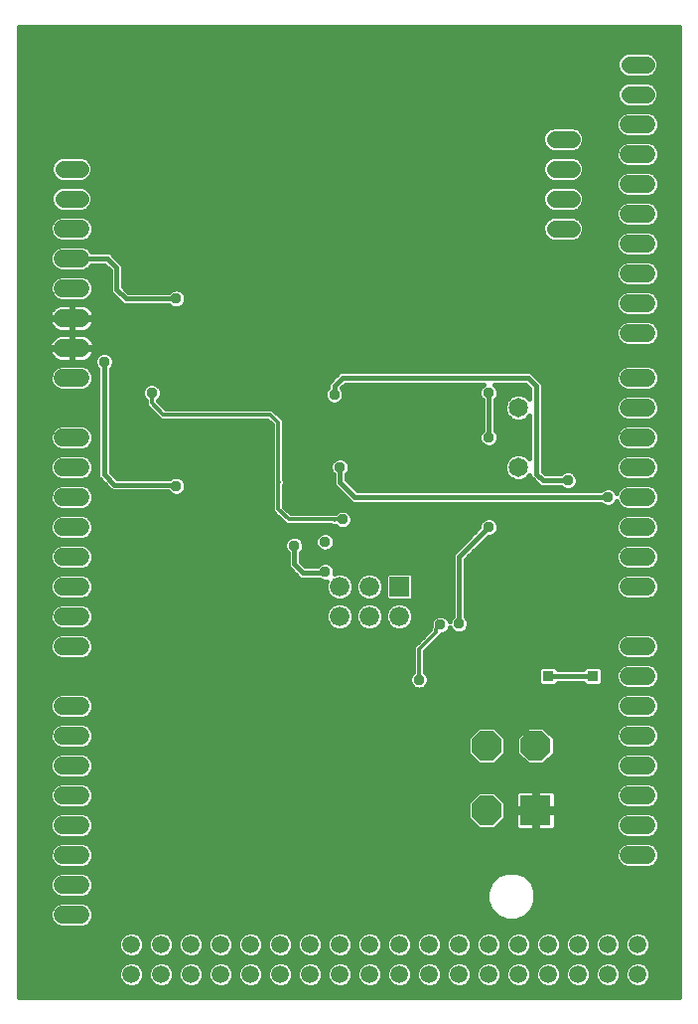
<source format=gbl>
G75*
%MOIN*%
%OFA0B0*%
%FSLAX25Y25*%
%IPPOS*%
%LPD*%
%AMOC8*
5,1,8,0,0,1.08239X$1,22.5*
%
%ADD10OC8,0.10000*%
%ADD11R,0.10000X0.10000*%
%ADD12C,0.05906*%
%ADD13C,0.05906*%
%ADD14C,0.05600*%
%ADD15C,0.06600*%
%ADD16R,0.06600X0.06600*%
%ADD17C,0.06500*%
%ADD18C,0.01600*%
%ADD19C,0.03762*%
%ADD20C,0.01200*%
%ADD21R,0.03762X0.03762*%
D10*
X0168600Y0078978D03*
X0168600Y0100678D03*
X0185100Y0100678D03*
D11*
X0185100Y0078978D03*
D12*
X0216397Y0073978D02*
X0222302Y0073978D01*
X0222302Y0063978D02*
X0216397Y0063978D01*
X0216397Y0083978D02*
X0222302Y0083978D01*
X0222302Y0093978D02*
X0216397Y0093978D01*
X0216397Y0103978D02*
X0222302Y0103978D01*
X0222302Y0113978D02*
X0216397Y0113978D01*
X0216397Y0123978D02*
X0222302Y0123978D01*
X0222302Y0133978D02*
X0216397Y0133978D01*
X0216397Y0153978D02*
X0222302Y0153978D01*
X0222302Y0163978D02*
X0216397Y0163978D01*
X0216397Y0173978D02*
X0222302Y0173978D01*
X0222302Y0183978D02*
X0216397Y0183978D01*
X0216397Y0193978D02*
X0222302Y0193978D01*
X0222302Y0203978D02*
X0216397Y0203978D01*
X0216397Y0213978D02*
X0222302Y0213978D01*
X0222302Y0223978D02*
X0216397Y0223978D01*
X0216397Y0238978D02*
X0222302Y0238978D01*
X0222302Y0248978D02*
X0216397Y0248978D01*
X0216397Y0258978D02*
X0222302Y0258978D01*
X0222302Y0268978D02*
X0216397Y0268978D01*
X0216397Y0278978D02*
X0222302Y0278978D01*
X0222302Y0288978D02*
X0216397Y0288978D01*
X0216397Y0298978D02*
X0222302Y0298978D01*
X0222302Y0308978D02*
X0216397Y0308978D01*
X0032302Y0273978D02*
X0026397Y0273978D01*
X0026397Y0263978D02*
X0032302Y0263978D01*
X0032302Y0253978D02*
X0026397Y0253978D01*
X0026397Y0243978D02*
X0032302Y0243978D01*
X0032302Y0233978D02*
X0026397Y0233978D01*
X0026397Y0223978D02*
X0032302Y0223978D01*
X0032302Y0203978D02*
X0026397Y0203978D01*
X0026397Y0193978D02*
X0032302Y0193978D01*
X0032302Y0183978D02*
X0026397Y0183978D01*
X0026397Y0173978D02*
X0032302Y0173978D01*
X0032302Y0163978D02*
X0026397Y0163978D01*
X0026397Y0153978D02*
X0032302Y0153978D01*
X0032302Y0143978D02*
X0026397Y0143978D01*
X0026397Y0133978D02*
X0032302Y0133978D01*
X0032302Y0113978D02*
X0026397Y0113978D01*
X0026397Y0103978D02*
X0032302Y0103978D01*
X0032302Y0093978D02*
X0026397Y0093978D01*
X0026397Y0083978D02*
X0032302Y0083978D01*
X0032302Y0073978D02*
X0026397Y0073978D01*
X0026397Y0063978D02*
X0032302Y0063978D01*
X0032302Y0053978D02*
X0026397Y0053978D01*
X0026397Y0043978D02*
X0032302Y0043978D01*
D13*
X0049350Y0033978D03*
X0049350Y0023978D03*
X0059350Y0023978D03*
X0059350Y0033978D03*
X0069350Y0033978D03*
X0069350Y0023978D03*
X0079350Y0023978D03*
X0079350Y0033978D03*
X0089350Y0033978D03*
X0089350Y0023978D03*
X0099350Y0023978D03*
X0099350Y0033978D03*
X0109350Y0033978D03*
X0109350Y0023978D03*
X0119350Y0023978D03*
X0119350Y0033978D03*
X0129350Y0033978D03*
X0129350Y0023978D03*
X0139350Y0023978D03*
X0139350Y0033978D03*
X0149350Y0033978D03*
X0149350Y0023978D03*
X0159350Y0023978D03*
X0159350Y0033978D03*
X0169350Y0033978D03*
X0169350Y0023978D03*
X0179350Y0023978D03*
X0179350Y0033978D03*
X0189350Y0033978D03*
X0189350Y0023978D03*
X0199350Y0023978D03*
X0209350Y0023978D03*
X0209350Y0033978D03*
X0199350Y0033978D03*
X0219350Y0033978D03*
X0219350Y0023978D03*
D14*
X0197150Y0273978D02*
X0191550Y0273978D01*
X0191550Y0283978D02*
X0197150Y0283978D01*
X0197150Y0293978D02*
X0191550Y0293978D01*
X0191550Y0303978D02*
X0197150Y0303978D01*
X0216550Y0318978D02*
X0222150Y0318978D01*
X0222150Y0328978D02*
X0216550Y0328978D01*
X0032150Y0293978D02*
X0026550Y0293978D01*
X0026550Y0283978D02*
X0032150Y0283978D01*
D15*
X0119350Y0153978D03*
X0119350Y0143978D03*
X0129350Y0143978D03*
X0139350Y0143978D03*
X0129350Y0153978D03*
D16*
X0139350Y0153978D03*
D17*
X0179350Y0193978D03*
X0179350Y0213978D03*
D18*
X0011650Y0341639D02*
X0011650Y0016278D01*
X0233251Y0016278D01*
X0233251Y0341639D01*
X0011650Y0341639D01*
X0011650Y0340075D02*
X0233251Y0340075D01*
X0233251Y0338476D02*
X0011650Y0338476D01*
X0011650Y0336878D02*
X0233251Y0336878D01*
X0233251Y0335279D02*
X0011650Y0335279D01*
X0011650Y0333681D02*
X0233251Y0333681D01*
X0233251Y0332082D02*
X0224986Y0332082D01*
X0224529Y0332539D02*
X0222985Y0333178D01*
X0215714Y0333178D01*
X0214171Y0332539D01*
X0212989Y0331358D01*
X0212350Y0329814D01*
X0212350Y0328143D01*
X0212989Y0326599D01*
X0214171Y0325418D01*
X0215714Y0324778D01*
X0222985Y0324778D01*
X0224529Y0325418D01*
X0225710Y0326599D01*
X0226350Y0328143D01*
X0226350Y0329814D01*
X0225710Y0331358D01*
X0224529Y0332539D01*
X0226072Y0330484D02*
X0233251Y0330484D01*
X0233251Y0328885D02*
X0226350Y0328885D01*
X0225995Y0327287D02*
X0233251Y0327287D01*
X0233251Y0325688D02*
X0224799Y0325688D01*
X0222985Y0323178D02*
X0224529Y0322539D01*
X0225710Y0321358D01*
X0226350Y0319814D01*
X0226350Y0318143D01*
X0225710Y0316599D01*
X0224529Y0315418D01*
X0222985Y0314778D01*
X0215714Y0314778D01*
X0214171Y0315418D01*
X0212989Y0316599D01*
X0212350Y0318143D01*
X0212350Y0319814D01*
X0212989Y0321358D01*
X0214171Y0322539D01*
X0215714Y0323178D01*
X0222985Y0323178D01*
X0224577Y0322491D02*
X0233251Y0322491D01*
X0233251Y0320893D02*
X0225903Y0320893D01*
X0226350Y0319294D02*
X0233251Y0319294D01*
X0233251Y0317696D02*
X0226164Y0317696D01*
X0225208Y0316097D02*
X0233251Y0316097D01*
X0233251Y0314499D02*
X0011650Y0314499D01*
X0011650Y0316097D02*
X0213491Y0316097D01*
X0212535Y0317696D02*
X0011650Y0317696D01*
X0011650Y0319294D02*
X0212350Y0319294D01*
X0212797Y0320893D02*
X0011650Y0320893D01*
X0011650Y0322491D02*
X0214123Y0322491D01*
X0213900Y0325688D02*
X0011650Y0325688D01*
X0011650Y0324090D02*
X0233251Y0324090D01*
X0233251Y0312900D02*
X0224209Y0312900D01*
X0224768Y0312669D02*
X0223168Y0313331D01*
X0215531Y0313331D01*
X0213931Y0312669D01*
X0212707Y0311444D01*
X0212044Y0309844D01*
X0212044Y0308113D01*
X0212707Y0306513D01*
X0213931Y0305288D01*
X0215531Y0304626D01*
X0223168Y0304626D01*
X0224768Y0305288D01*
X0225993Y0306513D01*
X0226655Y0308113D01*
X0226655Y0309844D01*
X0225993Y0311444D01*
X0224768Y0312669D01*
X0226052Y0311302D02*
X0233251Y0311302D01*
X0233251Y0309703D02*
X0226655Y0309703D01*
X0226652Y0308105D02*
X0233251Y0308105D01*
X0233251Y0306506D02*
X0225986Y0306506D01*
X0223849Y0304908D02*
X0233251Y0304908D01*
X0233251Y0303309D02*
X0223222Y0303309D01*
X0223168Y0303331D02*
X0224768Y0302669D01*
X0225993Y0301444D01*
X0226655Y0299844D01*
X0226655Y0298113D01*
X0225993Y0296513D01*
X0224768Y0295288D01*
X0223168Y0294626D01*
X0215531Y0294626D01*
X0213931Y0295288D01*
X0212707Y0296513D01*
X0212044Y0298113D01*
X0212044Y0299844D01*
X0212707Y0301444D01*
X0213931Y0302669D01*
X0215531Y0303331D01*
X0223168Y0303331D01*
X0225726Y0301710D02*
X0233251Y0301710D01*
X0233251Y0300112D02*
X0226544Y0300112D01*
X0226655Y0298513D02*
X0233251Y0298513D01*
X0233251Y0296915D02*
X0226159Y0296915D01*
X0224796Y0295316D02*
X0233251Y0295316D01*
X0233251Y0293718D02*
X0201350Y0293718D01*
X0201350Y0293143D02*
X0201350Y0294814D01*
X0200710Y0296358D01*
X0199529Y0297539D01*
X0197985Y0298178D01*
X0190714Y0298178D01*
X0189171Y0297539D01*
X0187989Y0296358D01*
X0187350Y0294814D01*
X0187350Y0293143D01*
X0187989Y0291599D01*
X0189171Y0290418D01*
X0190714Y0289778D01*
X0197985Y0289778D01*
X0199529Y0290418D01*
X0200710Y0291599D01*
X0201350Y0293143D01*
X0200926Y0292119D02*
X0213382Y0292119D01*
X0213931Y0292669D02*
X0212707Y0291444D01*
X0212044Y0289844D01*
X0212044Y0288113D01*
X0212707Y0286513D01*
X0213931Y0285288D01*
X0215531Y0284626D01*
X0223168Y0284626D01*
X0224768Y0285288D01*
X0225993Y0286513D01*
X0226655Y0288113D01*
X0226655Y0289844D01*
X0225993Y0291444D01*
X0224768Y0292669D01*
X0223168Y0293331D01*
X0215531Y0293331D01*
X0213931Y0292669D01*
X0213903Y0295316D02*
X0201142Y0295316D01*
X0200153Y0296915D02*
X0212540Y0296915D01*
X0212044Y0298513D02*
X0011650Y0298513D01*
X0011650Y0296915D02*
X0023547Y0296915D01*
X0022989Y0296358D02*
X0024171Y0297539D01*
X0025714Y0298178D01*
X0032985Y0298178D01*
X0034529Y0297539D01*
X0035710Y0296358D01*
X0036350Y0294814D01*
X0036350Y0293143D01*
X0035710Y0291599D01*
X0034529Y0290418D01*
X0032985Y0289778D01*
X0025714Y0289778D01*
X0024171Y0290418D01*
X0022989Y0291599D01*
X0022350Y0293143D01*
X0022350Y0294814D01*
X0022989Y0296358D01*
X0022558Y0295316D02*
X0011650Y0295316D01*
X0011650Y0293718D02*
X0022350Y0293718D01*
X0022774Y0292119D02*
X0011650Y0292119D01*
X0011650Y0290521D02*
X0024068Y0290521D01*
X0025714Y0288178D02*
X0024171Y0287539D01*
X0022989Y0286358D01*
X0022350Y0284814D01*
X0022350Y0283143D01*
X0022989Y0281599D01*
X0024171Y0280418D01*
X0025714Y0279778D01*
X0032985Y0279778D01*
X0034529Y0280418D01*
X0035710Y0281599D01*
X0036350Y0283143D01*
X0036350Y0284814D01*
X0035710Y0286358D01*
X0034529Y0287539D01*
X0032985Y0288178D01*
X0025714Y0288178D01*
X0023955Y0287324D02*
X0011650Y0287324D01*
X0011650Y0288922D02*
X0212044Y0288922D01*
X0212324Y0290521D02*
X0199632Y0290521D01*
X0197985Y0288178D02*
X0199529Y0287539D01*
X0200710Y0286358D01*
X0201350Y0284814D01*
X0201350Y0283143D01*
X0200710Y0281599D01*
X0199529Y0280418D01*
X0197985Y0279778D01*
X0190714Y0279778D01*
X0189171Y0280418D01*
X0187989Y0281599D01*
X0187350Y0283143D01*
X0187350Y0284814D01*
X0187989Y0286358D01*
X0189171Y0287539D01*
X0190714Y0288178D01*
X0197985Y0288178D01*
X0199744Y0287324D02*
X0212371Y0287324D01*
X0213494Y0285725D02*
X0200972Y0285725D01*
X0201350Y0284127D02*
X0233251Y0284127D01*
X0233251Y0285725D02*
X0225205Y0285725D01*
X0226329Y0287324D02*
X0233251Y0287324D01*
X0233251Y0288922D02*
X0226655Y0288922D01*
X0226375Y0290521D02*
X0233251Y0290521D01*
X0233251Y0292119D02*
X0225317Y0292119D01*
X0223168Y0283331D02*
X0224768Y0282669D01*
X0225993Y0281444D01*
X0226655Y0279844D01*
X0226655Y0278113D01*
X0225993Y0276513D01*
X0224768Y0275288D01*
X0223168Y0274626D01*
X0215531Y0274626D01*
X0213931Y0275288D01*
X0212707Y0276513D01*
X0212044Y0278113D01*
X0212044Y0279844D01*
X0212707Y0281444D01*
X0213931Y0282669D01*
X0215531Y0283331D01*
X0223168Y0283331D01*
X0224908Y0282528D02*
X0233251Y0282528D01*
X0233251Y0280930D02*
X0226206Y0280930D01*
X0226655Y0279331D02*
X0233251Y0279331D01*
X0233251Y0277733D02*
X0226498Y0277733D01*
X0225614Y0276134D02*
X0233251Y0276134D01*
X0233251Y0274536D02*
X0201350Y0274536D01*
X0201350Y0274814D02*
X0200710Y0276358D01*
X0199529Y0277539D01*
X0197985Y0278178D01*
X0190714Y0278178D01*
X0189171Y0277539D01*
X0187989Y0276358D01*
X0187350Y0274814D01*
X0187350Y0273143D01*
X0187989Y0271599D01*
X0189171Y0270418D01*
X0190714Y0269778D01*
X0197985Y0269778D01*
X0199529Y0270418D01*
X0200710Y0271599D01*
X0201350Y0273143D01*
X0201350Y0274814D01*
X0200803Y0276134D02*
X0213085Y0276134D01*
X0212202Y0277733D02*
X0199061Y0277733D01*
X0200041Y0280930D02*
X0212494Y0280930D01*
X0212044Y0279331D02*
X0011650Y0279331D01*
X0011650Y0277733D02*
X0024087Y0277733D01*
X0023931Y0277669D02*
X0022707Y0276444D01*
X0022044Y0274844D01*
X0022044Y0273113D01*
X0022707Y0271513D01*
X0023931Y0270288D01*
X0025531Y0269626D01*
X0033168Y0269626D01*
X0034768Y0270288D01*
X0035993Y0271513D01*
X0036655Y0273113D01*
X0036655Y0274844D01*
X0035993Y0276444D01*
X0034768Y0277669D01*
X0033168Y0278331D01*
X0025531Y0278331D01*
X0023931Y0277669D01*
X0022579Y0276134D02*
X0011650Y0276134D01*
X0011650Y0274536D02*
X0022044Y0274536D01*
X0022117Y0272937D02*
X0011650Y0272937D01*
X0011650Y0271339D02*
X0022881Y0271339D01*
X0025255Y0269740D02*
X0011650Y0269740D01*
X0011650Y0268142D02*
X0025074Y0268142D01*
X0025531Y0268331D02*
X0023931Y0267669D01*
X0022707Y0266444D01*
X0022044Y0264844D01*
X0022044Y0263113D01*
X0022707Y0261513D01*
X0023931Y0260288D01*
X0025531Y0259626D01*
X0033168Y0259626D01*
X0034768Y0260288D01*
X0035993Y0261513D01*
X0036103Y0261778D01*
X0040313Y0261778D01*
X0042150Y0259942D01*
X0042150Y0252755D01*
X0046563Y0248341D01*
X0061910Y0248341D01*
X0062491Y0247759D01*
X0063697Y0247260D01*
X0065002Y0247260D01*
X0066208Y0247759D01*
X0067131Y0248682D01*
X0067631Y0249888D01*
X0067631Y0251194D01*
X0067131Y0252400D01*
X0066208Y0253323D01*
X0065002Y0253822D01*
X0063697Y0253822D01*
X0062491Y0253323D01*
X0061910Y0252741D01*
X0048386Y0252741D01*
X0046550Y0254577D01*
X0046550Y0261765D01*
X0045261Y0263053D01*
X0042136Y0266178D01*
X0036103Y0266178D01*
X0035993Y0266444D01*
X0034768Y0267669D01*
X0033168Y0268331D01*
X0025531Y0268331D01*
X0022806Y0266543D02*
X0011650Y0266543D01*
X0011650Y0264945D02*
X0022086Y0264945D01*
X0022044Y0263346D02*
X0011650Y0263346D01*
X0011650Y0261748D02*
X0022610Y0261748D01*
X0024267Y0260149D02*
X0011650Y0260149D01*
X0011650Y0258551D02*
X0042150Y0258551D01*
X0042150Y0256952D02*
X0035484Y0256952D01*
X0035993Y0256444D02*
X0034768Y0257669D01*
X0033168Y0258331D01*
X0025531Y0258331D01*
X0023931Y0257669D01*
X0022707Y0256444D01*
X0022044Y0254844D01*
X0022044Y0253113D01*
X0022707Y0251513D01*
X0023931Y0250288D01*
X0025531Y0249626D01*
X0033168Y0249626D01*
X0034768Y0250288D01*
X0035993Y0251513D01*
X0036655Y0253113D01*
X0036655Y0254844D01*
X0035993Y0256444D01*
X0036444Y0255354D02*
X0042150Y0255354D01*
X0042150Y0253755D02*
X0036655Y0253755D01*
X0036259Y0252157D02*
X0042748Y0252157D01*
X0044350Y0253666D02*
X0047475Y0250541D01*
X0064350Y0250541D01*
X0067246Y0248960D02*
X0212044Y0248960D01*
X0212044Y0248113D02*
X0212044Y0249844D01*
X0212707Y0251444D01*
X0213931Y0252669D01*
X0215531Y0253331D01*
X0223168Y0253331D01*
X0224768Y0252669D01*
X0225993Y0251444D01*
X0226655Y0249844D01*
X0226655Y0248113D01*
X0225993Y0246513D01*
X0224768Y0245288D01*
X0223168Y0244626D01*
X0215531Y0244626D01*
X0213931Y0245288D01*
X0212707Y0246513D01*
X0212044Y0248113D01*
X0212355Y0247361D02*
X0065247Y0247361D01*
X0063453Y0247361D02*
X0035641Y0247361D01*
X0035399Y0247604D02*
X0034793Y0248043D01*
X0034127Y0248383D01*
X0033415Y0248614D01*
X0032677Y0248731D01*
X0029534Y0248731D01*
X0029534Y0244163D01*
X0029165Y0244163D01*
X0029165Y0243794D01*
X0021644Y0243794D01*
X0021644Y0243604D01*
X0021761Y0242866D01*
X0021992Y0242154D01*
X0022332Y0241487D01*
X0022772Y0240882D01*
X0023301Y0240353D01*
X0023906Y0239914D01*
X0024573Y0239574D01*
X0025284Y0239343D01*
X0026023Y0239226D01*
X0029165Y0239226D01*
X0029165Y0243794D01*
X0029534Y0243794D01*
X0029534Y0239226D01*
X0032677Y0239226D01*
X0033415Y0239343D01*
X0034127Y0239574D01*
X0034793Y0239914D01*
X0035399Y0240353D01*
X0035928Y0240882D01*
X0036367Y0241487D01*
X0036707Y0242154D01*
X0036938Y0242866D01*
X0037055Y0243604D01*
X0037055Y0243794D01*
X0029534Y0243794D01*
X0029534Y0244163D01*
X0037055Y0244163D01*
X0037055Y0244353D01*
X0036938Y0245091D01*
X0036707Y0245803D01*
X0036367Y0246469D01*
X0035928Y0247075D01*
X0035399Y0247604D01*
X0036720Y0245763D02*
X0213457Y0245763D01*
X0213931Y0242669D02*
X0212707Y0241444D01*
X0212044Y0239844D01*
X0212044Y0238113D01*
X0212707Y0236513D01*
X0213931Y0235288D01*
X0215531Y0234626D01*
X0223168Y0234626D01*
X0224768Y0235288D01*
X0225993Y0236513D01*
X0226655Y0238113D01*
X0226655Y0239844D01*
X0225993Y0241444D01*
X0224768Y0242669D01*
X0223168Y0243331D01*
X0215531Y0243331D01*
X0213931Y0242669D01*
X0213828Y0242566D02*
X0036841Y0242566D01*
X0037055Y0244164D02*
X0233251Y0244164D01*
X0233251Y0242566D02*
X0224871Y0242566D01*
X0226190Y0240967D02*
X0233251Y0240967D01*
X0233251Y0239369D02*
X0226655Y0239369D01*
X0226513Y0237770D02*
X0233251Y0237770D01*
X0233251Y0236172D02*
X0225651Y0236172D01*
X0223168Y0228331D02*
X0224768Y0227669D01*
X0225993Y0226444D01*
X0226655Y0224844D01*
X0226655Y0223113D01*
X0225993Y0221513D01*
X0224768Y0220288D01*
X0223168Y0219626D01*
X0215531Y0219626D01*
X0213931Y0220288D01*
X0212707Y0221513D01*
X0212044Y0223113D01*
X0212044Y0224844D01*
X0212707Y0226444D01*
X0213931Y0227669D01*
X0215531Y0228331D01*
X0223168Y0228331D01*
X0223536Y0228179D02*
X0233251Y0228179D01*
X0233251Y0229777D02*
X0043568Y0229777D01*
X0043568Y0229944D02*
X0043069Y0231150D01*
X0042146Y0232073D01*
X0040940Y0232572D01*
X0039635Y0232572D01*
X0038429Y0232073D01*
X0037506Y0231150D01*
X0037006Y0229944D01*
X0037006Y0228638D01*
X0037506Y0227432D01*
X0038087Y0226851D01*
X0038087Y0190567D01*
X0041525Y0187130D01*
X0042813Y0185841D01*
X0061597Y0185841D01*
X0062491Y0184947D01*
X0063697Y0184447D01*
X0065002Y0184447D01*
X0066208Y0184947D01*
X0067131Y0185870D01*
X0067631Y0187076D01*
X0067631Y0188381D01*
X0067131Y0189587D01*
X0066208Y0190510D01*
X0065002Y0191010D01*
X0063697Y0191010D01*
X0062491Y0190510D01*
X0062222Y0190241D01*
X0044636Y0190241D01*
X0042487Y0192390D01*
X0042487Y0226851D01*
X0043069Y0227432D01*
X0043568Y0228638D01*
X0043568Y0229944D01*
X0042842Y0231376D02*
X0233251Y0231376D01*
X0233251Y0232975D02*
X0036955Y0232975D01*
X0036938Y0232866D02*
X0037055Y0233604D01*
X0037055Y0233794D01*
X0029534Y0233794D01*
X0029534Y0229226D01*
X0032677Y0229226D01*
X0033415Y0229343D01*
X0034127Y0229574D01*
X0034793Y0229914D01*
X0035399Y0230353D01*
X0035928Y0230882D01*
X0036367Y0231487D01*
X0036707Y0232154D01*
X0036938Y0232866D01*
X0037055Y0234163D02*
X0037055Y0234353D01*
X0036938Y0235091D01*
X0036707Y0235803D01*
X0036367Y0236469D01*
X0035928Y0237075D01*
X0035399Y0237604D01*
X0034793Y0238043D01*
X0034127Y0238383D01*
X0033415Y0238614D01*
X0032677Y0238731D01*
X0029534Y0238731D01*
X0029534Y0234163D01*
X0029165Y0234163D01*
X0029165Y0233794D01*
X0021644Y0233794D01*
X0021644Y0233604D01*
X0021761Y0232866D01*
X0021992Y0232154D01*
X0022332Y0231487D01*
X0022772Y0230882D01*
X0023301Y0230353D01*
X0023906Y0229914D01*
X0024573Y0229574D01*
X0025284Y0229343D01*
X0026023Y0229226D01*
X0029165Y0229226D01*
X0029165Y0233794D01*
X0029534Y0233794D01*
X0029534Y0234163D01*
X0037055Y0234163D01*
X0037020Y0234573D02*
X0233251Y0234573D01*
X0233251Y0226580D02*
X0225856Y0226580D01*
X0226598Y0224982D02*
X0233251Y0224982D01*
X0233251Y0223383D02*
X0226655Y0223383D01*
X0226105Y0221785D02*
X0233251Y0221785D01*
X0233251Y0220186D02*
X0224522Y0220186D01*
X0223168Y0218331D02*
X0224768Y0217669D01*
X0225993Y0216444D01*
X0226655Y0214844D01*
X0226655Y0213113D01*
X0225993Y0211513D01*
X0224768Y0210288D01*
X0223168Y0209626D01*
X0215531Y0209626D01*
X0213931Y0210288D01*
X0212707Y0211513D01*
X0212044Y0213113D01*
X0212044Y0214844D01*
X0212707Y0216444D01*
X0213931Y0217669D01*
X0215531Y0218331D01*
X0223168Y0218331D01*
X0225447Y0216989D02*
X0233251Y0216989D01*
X0233251Y0215391D02*
X0226429Y0215391D01*
X0226655Y0213792D02*
X0233251Y0213792D01*
X0233251Y0212194D02*
X0226275Y0212194D01*
X0225075Y0210595D02*
X0233251Y0210595D01*
X0233251Y0208997D02*
X0187487Y0208997D01*
X0187487Y0210595D02*
X0213624Y0210595D01*
X0212425Y0212194D02*
X0187487Y0212194D01*
X0187487Y0213792D02*
X0212044Y0213792D01*
X0212271Y0215391D02*
X0187487Y0215391D01*
X0187487Y0216989D02*
X0213252Y0216989D01*
X0214177Y0220186D02*
X0187487Y0220186D01*
X0187487Y0218588D02*
X0233251Y0218588D01*
X0233251Y0207398D02*
X0225038Y0207398D01*
X0224768Y0207669D02*
X0223168Y0208331D01*
X0215531Y0208331D01*
X0213931Y0207669D01*
X0212707Y0206444D01*
X0212044Y0204844D01*
X0212044Y0203113D01*
X0212707Y0201513D01*
X0213931Y0200288D01*
X0215531Y0199626D01*
X0223168Y0199626D01*
X0224768Y0200288D01*
X0225993Y0201513D01*
X0226655Y0203113D01*
X0226655Y0204844D01*
X0225993Y0206444D01*
X0224768Y0207669D01*
X0226259Y0205800D02*
X0233251Y0205800D01*
X0233251Y0204201D02*
X0226655Y0204201D01*
X0226444Y0202603D02*
X0233251Y0202603D01*
X0233251Y0201004D02*
X0225484Y0201004D01*
X0224433Y0197807D02*
X0233251Y0197807D01*
X0233251Y0196209D02*
X0226090Y0196209D01*
X0225993Y0196444D02*
X0224768Y0197669D01*
X0223168Y0198331D01*
X0215531Y0198331D01*
X0213931Y0197669D01*
X0212707Y0196444D01*
X0212044Y0194844D01*
X0212044Y0193113D01*
X0212707Y0191513D01*
X0213931Y0190288D01*
X0215531Y0189626D01*
X0223168Y0189626D01*
X0224768Y0190288D01*
X0225993Y0191513D01*
X0226655Y0193113D01*
X0226655Y0194844D01*
X0225993Y0196444D01*
X0226655Y0194610D02*
X0233251Y0194610D01*
X0233251Y0193012D02*
X0226613Y0193012D01*
X0225893Y0191413D02*
X0233251Y0191413D01*
X0233251Y0189815D02*
X0223625Y0189815D01*
X0223168Y0188331D02*
X0224768Y0187669D01*
X0225993Y0186444D01*
X0226655Y0184844D01*
X0226655Y0183113D01*
X0225993Y0181513D01*
X0224768Y0180288D01*
X0223168Y0179626D01*
X0215531Y0179626D01*
X0213931Y0180288D01*
X0212707Y0181513D01*
X0212293Y0182511D01*
X0212131Y0182120D01*
X0211208Y0181197D01*
X0210002Y0180697D01*
X0208697Y0180697D01*
X0207491Y0181197D01*
X0206910Y0181778D01*
X0123438Y0181778D01*
X0122150Y0183067D01*
X0117150Y0188067D01*
X0117150Y0191538D01*
X0116568Y0192120D01*
X0116069Y0193326D01*
X0116069Y0194631D01*
X0116568Y0195837D01*
X0117491Y0196760D01*
X0118697Y0197260D01*
X0120002Y0197260D01*
X0121208Y0196760D01*
X0122131Y0195837D01*
X0122631Y0194631D01*
X0122631Y0193326D01*
X0122131Y0192120D01*
X0121550Y0191538D01*
X0121550Y0189890D01*
X0125261Y0186178D01*
X0206910Y0186178D01*
X0207491Y0186760D01*
X0208697Y0187260D01*
X0210002Y0187260D01*
X0211208Y0186760D01*
X0212131Y0185837D01*
X0212293Y0185446D01*
X0212707Y0186444D01*
X0213931Y0187669D01*
X0215531Y0188331D01*
X0223168Y0188331D01*
X0223446Y0188216D02*
X0233251Y0188216D01*
X0233251Y0186618D02*
X0225819Y0186618D01*
X0226583Y0185019D02*
X0233251Y0185019D01*
X0233251Y0183421D02*
X0226655Y0183421D01*
X0226121Y0181822D02*
X0233251Y0181822D01*
X0233251Y0180224D02*
X0224612Y0180224D01*
X0223168Y0178331D02*
X0224768Y0177669D01*
X0225993Y0176444D01*
X0226655Y0174844D01*
X0226655Y0173113D01*
X0225993Y0171513D01*
X0224768Y0170288D01*
X0223168Y0169626D01*
X0215531Y0169626D01*
X0213931Y0170288D01*
X0212707Y0171513D01*
X0212044Y0173113D01*
X0212044Y0174844D01*
X0212707Y0176444D01*
X0213931Y0177669D01*
X0215531Y0178331D01*
X0223168Y0178331D01*
X0225410Y0177027D02*
X0233251Y0177027D01*
X0233251Y0178625D02*
X0122781Y0178625D01*
X0123069Y0178337D02*
X0122146Y0179260D01*
X0120940Y0179760D01*
X0119635Y0179760D01*
X0118429Y0179260D01*
X0117647Y0178478D01*
X0102991Y0178478D01*
X0100725Y0180744D01*
X0100725Y0187838D01*
X0101037Y0188150D01*
X0101037Y0189807D01*
X0100725Y0190119D01*
X0100725Y0209807D01*
X0099553Y0210978D01*
X0096741Y0213791D01*
X0060803Y0213791D01*
X0058240Y0216354D01*
X0059006Y0217120D01*
X0059506Y0218326D01*
X0059506Y0219631D01*
X0059006Y0220837D01*
X0058083Y0221760D01*
X0056877Y0222260D01*
X0055572Y0222260D01*
X0054366Y0221760D01*
X0053443Y0220837D01*
X0052944Y0219631D01*
X0052944Y0218326D01*
X0053443Y0217120D01*
X0054225Y0216338D01*
X0054225Y0214713D01*
X0057975Y0210963D01*
X0059146Y0209791D01*
X0095084Y0209791D01*
X0096725Y0208150D01*
X0096725Y0179088D01*
X0100162Y0175650D01*
X0101334Y0174478D01*
X0116334Y0174478D01*
X0116646Y0174166D01*
X0117960Y0174166D01*
X0118429Y0173697D01*
X0119635Y0173197D01*
X0120940Y0173197D01*
X0122146Y0173697D01*
X0123069Y0174620D01*
X0123568Y0175826D01*
X0123568Y0177131D01*
X0123069Y0178337D01*
X0123568Y0177027D02*
X0168135Y0177027D01*
X0168697Y0177260D02*
X0167491Y0176760D01*
X0166568Y0175837D01*
X0166069Y0174631D01*
X0166069Y0173809D01*
X0158438Y0166178D01*
X0157150Y0164890D01*
X0157150Y0143919D01*
X0156568Y0143337D01*
X0156160Y0142352D01*
X0155881Y0143025D01*
X0154958Y0143948D01*
X0153752Y0144447D01*
X0152447Y0144447D01*
X0151241Y0143948D01*
X0150318Y0143025D01*
X0149819Y0141819D01*
X0149819Y0140713D01*
X0149537Y0140432D01*
X0149537Y0139494D01*
X0143912Y0133869D01*
X0143912Y0125369D01*
X0143131Y0124587D01*
X0142631Y0123381D01*
X0142631Y0122076D01*
X0143131Y0120870D01*
X0144054Y0119947D01*
X0145260Y0119447D01*
X0146565Y0119447D01*
X0147771Y0119947D01*
X0148694Y0120870D01*
X0149193Y0122076D01*
X0149193Y0123381D01*
X0148694Y0124587D01*
X0147912Y0125369D01*
X0147912Y0132213D01*
X0152366Y0136666D01*
X0153537Y0137838D01*
X0153537Y0137885D01*
X0153752Y0137885D01*
X0154958Y0138384D01*
X0155881Y0139307D01*
X0156289Y0140293D01*
X0156568Y0139620D01*
X0157491Y0138697D01*
X0158697Y0138197D01*
X0160002Y0138197D01*
X0161208Y0138697D01*
X0162131Y0139620D01*
X0162631Y0140826D01*
X0162631Y0142131D01*
X0162131Y0143337D01*
X0161550Y0143919D01*
X0161550Y0163067D01*
X0169180Y0170697D01*
X0170002Y0170697D01*
X0171208Y0171197D01*
X0172131Y0172120D01*
X0172631Y0173326D01*
X0172631Y0174631D01*
X0172131Y0175837D01*
X0171208Y0176760D01*
X0170002Y0177260D01*
X0168697Y0177260D01*
X0170565Y0177027D02*
X0213289Y0177027D01*
X0212286Y0175428D02*
X0172301Y0175428D01*
X0172631Y0173830D02*
X0212044Y0173830D01*
X0212409Y0172231D02*
X0172177Y0172231D01*
X0169350Y0173978D02*
X0159350Y0163978D01*
X0159350Y0141478D01*
X0162397Y0140261D02*
X0233251Y0140261D01*
X0233251Y0141859D02*
X0162631Y0141859D01*
X0162010Y0143458D02*
X0233251Y0143458D01*
X0233251Y0145056D02*
X0161550Y0145056D01*
X0161550Y0146655D02*
X0233251Y0146655D01*
X0233251Y0148253D02*
X0161550Y0148253D01*
X0161550Y0149852D02*
X0214985Y0149852D01*
X0215531Y0149626D02*
X0223168Y0149626D01*
X0224768Y0150288D01*
X0225993Y0151513D01*
X0226655Y0153113D01*
X0226655Y0154844D01*
X0225993Y0156444D01*
X0224768Y0157669D01*
X0223168Y0158331D01*
X0215531Y0158331D01*
X0213931Y0157669D01*
X0212707Y0156444D01*
X0212044Y0154844D01*
X0212044Y0153113D01*
X0212707Y0151513D01*
X0213931Y0150288D01*
X0215531Y0149626D01*
X0212769Y0151450D02*
X0161550Y0151450D01*
X0161550Y0153049D02*
X0212071Y0153049D01*
X0212044Y0154647D02*
X0161550Y0154647D01*
X0161550Y0156246D02*
X0212625Y0156246D01*
X0214356Y0157844D02*
X0161550Y0157844D01*
X0161550Y0159443D02*
X0233251Y0159443D01*
X0233251Y0161041D02*
X0225521Y0161041D01*
X0225993Y0161513D02*
X0226655Y0163113D01*
X0226655Y0164844D01*
X0225993Y0166444D01*
X0224768Y0167669D01*
X0223168Y0168331D01*
X0215531Y0168331D01*
X0213931Y0167669D01*
X0212707Y0166444D01*
X0212044Y0164844D01*
X0212044Y0163113D01*
X0212707Y0161513D01*
X0213931Y0160288D01*
X0215531Y0159626D01*
X0223168Y0159626D01*
X0224768Y0160288D01*
X0225993Y0161513D01*
X0226459Y0162640D02*
X0233251Y0162640D01*
X0233251Y0164239D02*
X0226655Y0164239D01*
X0226244Y0165837D02*
X0233251Y0165837D01*
X0233251Y0167436D02*
X0225001Y0167436D01*
X0225112Y0170633D02*
X0233251Y0170633D01*
X0233251Y0172231D02*
X0226290Y0172231D01*
X0226655Y0173830D02*
X0233251Y0173830D01*
X0233251Y0175428D02*
X0226413Y0175428D01*
X0233251Y0169034D02*
X0167517Y0169034D01*
X0169115Y0170633D02*
X0213587Y0170633D01*
X0213698Y0167436D02*
X0165918Y0167436D01*
X0164320Y0165837D02*
X0212455Y0165837D01*
X0212044Y0164239D02*
X0162721Y0164239D01*
X0161550Y0162640D02*
X0212240Y0162640D01*
X0213178Y0161041D02*
X0161550Y0161041D01*
X0158097Y0165837D02*
X0115340Y0165837D01*
X0115002Y0165697D02*
X0116208Y0166197D01*
X0117131Y0167120D01*
X0117631Y0168326D01*
X0117631Y0169631D01*
X0117131Y0170837D01*
X0116208Y0171760D01*
X0115002Y0172260D01*
X0113697Y0172260D01*
X0112491Y0171760D01*
X0111568Y0170837D01*
X0111069Y0169631D01*
X0111069Y0168326D01*
X0111568Y0167120D01*
X0112491Y0166197D01*
X0113697Y0165697D01*
X0115002Y0165697D01*
X0113360Y0165837D02*
X0106786Y0165837D01*
X0106819Y0165870D02*
X0107318Y0167076D01*
X0107318Y0168381D01*
X0106819Y0169587D01*
X0105896Y0170510D01*
X0104690Y0171010D01*
X0103385Y0171010D01*
X0102179Y0170510D01*
X0101256Y0169587D01*
X0100756Y0168381D01*
X0100756Y0167076D01*
X0101256Y0165870D01*
X0101837Y0165288D01*
X0101837Y0160567D01*
X0104650Y0157755D01*
X0105938Y0156466D01*
X0112222Y0156466D01*
X0112491Y0156197D01*
X0113697Y0155697D01*
X0114974Y0155697D01*
X0114650Y0154913D01*
X0114650Y0153044D01*
X0115365Y0151316D01*
X0116687Y0149994D01*
X0118415Y0149278D01*
X0120285Y0149278D01*
X0122012Y0149994D01*
X0123334Y0151316D01*
X0124050Y0153044D01*
X0124050Y0154913D01*
X0123334Y0156641D01*
X0122012Y0157963D01*
X0120285Y0158678D01*
X0118415Y0158678D01*
X0117631Y0158354D01*
X0117631Y0159631D01*
X0117131Y0160837D01*
X0116208Y0161760D01*
X0115002Y0162260D01*
X0113697Y0162260D01*
X0112491Y0161760D01*
X0111597Y0160866D01*
X0107761Y0160866D01*
X0106237Y0162390D01*
X0106237Y0165288D01*
X0106819Y0165870D01*
X0107318Y0167436D02*
X0111437Y0167436D01*
X0111069Y0169034D02*
X0107048Y0169034D01*
X0105600Y0170633D02*
X0111483Y0170633D01*
X0113628Y0172231D02*
X0036290Y0172231D01*
X0035993Y0171513D02*
X0036655Y0173113D01*
X0036655Y0174844D01*
X0035993Y0176444D01*
X0034768Y0177669D01*
X0033168Y0178331D01*
X0025531Y0178331D01*
X0023931Y0177669D01*
X0022707Y0176444D01*
X0022044Y0174844D01*
X0022044Y0173113D01*
X0022707Y0171513D01*
X0023931Y0170288D01*
X0025531Y0169626D01*
X0033168Y0169626D01*
X0034768Y0170288D01*
X0035993Y0171513D01*
X0035112Y0170633D02*
X0102474Y0170633D01*
X0101027Y0169034D02*
X0011650Y0169034D01*
X0011650Y0167436D02*
X0023698Y0167436D01*
X0023931Y0167669D02*
X0022707Y0166444D01*
X0022044Y0164844D01*
X0022044Y0163113D01*
X0022707Y0161513D01*
X0023931Y0160288D01*
X0025531Y0159626D01*
X0033168Y0159626D01*
X0034768Y0160288D01*
X0035993Y0161513D01*
X0036655Y0163113D01*
X0036655Y0164844D01*
X0035993Y0166444D01*
X0034768Y0167669D01*
X0033168Y0168331D01*
X0025531Y0168331D01*
X0023931Y0167669D01*
X0022455Y0165837D02*
X0011650Y0165837D01*
X0011650Y0164239D02*
X0022044Y0164239D01*
X0022240Y0162640D02*
X0011650Y0162640D01*
X0011650Y0161041D02*
X0023178Y0161041D01*
X0024356Y0157844D02*
X0011650Y0157844D01*
X0011650Y0156246D02*
X0022625Y0156246D01*
X0022707Y0156444D02*
X0022044Y0154844D01*
X0022044Y0153113D01*
X0022707Y0151513D01*
X0023931Y0150288D01*
X0025531Y0149626D01*
X0033168Y0149626D01*
X0034768Y0150288D01*
X0035993Y0151513D01*
X0036655Y0153113D01*
X0036655Y0154844D01*
X0035993Y0156444D01*
X0034768Y0157669D01*
X0033168Y0158331D01*
X0025531Y0158331D01*
X0023931Y0157669D01*
X0022707Y0156444D01*
X0022044Y0154647D02*
X0011650Y0154647D01*
X0011650Y0153049D02*
X0022071Y0153049D01*
X0022769Y0151450D02*
X0011650Y0151450D01*
X0011650Y0149852D02*
X0024985Y0149852D01*
X0025531Y0148331D02*
X0023931Y0147669D01*
X0022707Y0146444D01*
X0022044Y0144844D01*
X0022044Y0143113D01*
X0022707Y0141513D01*
X0023931Y0140288D01*
X0025531Y0139626D01*
X0033168Y0139626D01*
X0034768Y0140288D01*
X0035993Y0141513D01*
X0036655Y0143113D01*
X0036655Y0144844D01*
X0035993Y0146444D01*
X0034768Y0147669D01*
X0033168Y0148331D01*
X0025531Y0148331D01*
X0025343Y0148253D02*
X0011650Y0148253D01*
X0011650Y0146655D02*
X0022918Y0146655D01*
X0022132Y0145056D02*
X0011650Y0145056D01*
X0011650Y0143458D02*
X0022044Y0143458D01*
X0022563Y0141859D02*
X0011650Y0141859D01*
X0011650Y0140261D02*
X0023998Y0140261D01*
X0025531Y0138331D02*
X0023931Y0137669D01*
X0022707Y0136444D01*
X0022044Y0134844D01*
X0022044Y0133113D01*
X0022707Y0131513D01*
X0023931Y0130288D01*
X0025531Y0129626D01*
X0033168Y0129626D01*
X0034768Y0130288D01*
X0035993Y0131513D01*
X0036655Y0133113D01*
X0036655Y0134844D01*
X0035993Y0136444D01*
X0034768Y0137669D01*
X0033168Y0138331D01*
X0025531Y0138331D01*
X0023327Y0137064D02*
X0011650Y0137064D01*
X0011650Y0138662D02*
X0148705Y0138662D01*
X0149537Y0140261D02*
X0142279Y0140261D01*
X0142012Y0139994D02*
X0143334Y0141316D01*
X0144050Y0143044D01*
X0144050Y0144913D01*
X0143334Y0146641D01*
X0142012Y0147963D01*
X0140285Y0148678D01*
X0138415Y0148678D01*
X0136687Y0147963D01*
X0135365Y0146641D01*
X0134650Y0144913D01*
X0134650Y0143044D01*
X0135365Y0141316D01*
X0136687Y0139994D01*
X0138415Y0139278D01*
X0140285Y0139278D01*
X0142012Y0139994D01*
X0143559Y0141859D02*
X0149836Y0141859D01*
X0150751Y0143458D02*
X0144050Y0143458D01*
X0143990Y0145056D02*
X0157150Y0145056D01*
X0157150Y0146655D02*
X0143320Y0146655D01*
X0141311Y0148253D02*
X0157150Y0148253D01*
X0157150Y0149852D02*
X0143803Y0149852D01*
X0144050Y0150099D02*
X0144050Y0157858D01*
X0143230Y0158678D01*
X0135470Y0158678D01*
X0134650Y0157858D01*
X0134650Y0150099D01*
X0135470Y0149278D01*
X0143230Y0149278D01*
X0144050Y0150099D01*
X0144050Y0151450D02*
X0157150Y0151450D01*
X0157150Y0153049D02*
X0144050Y0153049D01*
X0144050Y0154647D02*
X0157150Y0154647D01*
X0157150Y0156246D02*
X0144050Y0156246D01*
X0144050Y0157844D02*
X0157150Y0157844D01*
X0157150Y0159443D02*
X0117631Y0159443D01*
X0116927Y0161041D02*
X0157150Y0161041D01*
X0157150Y0162640D02*
X0106237Y0162640D01*
X0106237Y0164239D02*
X0157150Y0164239D01*
X0158438Y0166178D02*
X0158438Y0166178D01*
X0159696Y0167436D02*
X0117262Y0167436D01*
X0117631Y0169034D02*
X0161294Y0169034D01*
X0162893Y0170633D02*
X0117216Y0170633D01*
X0115071Y0172231D02*
X0164491Y0172231D01*
X0166069Y0173830D02*
X0122279Y0173830D01*
X0123404Y0175428D02*
X0166399Y0175428D01*
X0176716Y0190036D02*
X0178425Y0189328D01*
X0180275Y0189328D01*
X0181984Y0190036D01*
X0183087Y0191140D01*
X0183087Y0190880D01*
X0185275Y0188692D01*
X0186563Y0187403D01*
X0193472Y0187403D01*
X0194054Y0186822D01*
X0195260Y0186322D01*
X0196565Y0186322D01*
X0197771Y0186822D01*
X0198694Y0187745D01*
X0199193Y0188951D01*
X0199193Y0190256D01*
X0198694Y0191462D01*
X0197771Y0192385D01*
X0196565Y0192885D01*
X0195260Y0192885D01*
X0194054Y0192385D01*
X0193472Y0191803D01*
X0188386Y0191803D01*
X0187487Y0192702D01*
X0187487Y0222077D01*
X0186198Y0223366D01*
X0183386Y0226178D01*
X0119376Y0226178D01*
X0118087Y0224890D01*
X0115275Y0222077D01*
X0115275Y0220794D01*
X0114693Y0220212D01*
X0114194Y0219006D01*
X0114194Y0217701D01*
X0114693Y0216495D01*
X0115616Y0215572D01*
X0116822Y0215072D01*
X0118127Y0215072D01*
X0119333Y0215572D01*
X0120256Y0216495D01*
X0120756Y0217701D01*
X0120756Y0219006D01*
X0120256Y0220212D01*
X0119944Y0220524D01*
X0121198Y0221778D01*
X0167536Y0221778D01*
X0167491Y0221760D01*
X0166568Y0220837D01*
X0166069Y0219631D01*
X0166069Y0218326D01*
X0166568Y0217120D01*
X0167150Y0216538D01*
X0167150Y0206419D01*
X0166568Y0205837D01*
X0166069Y0204631D01*
X0166069Y0203326D01*
X0166568Y0202120D01*
X0167491Y0201197D01*
X0168697Y0200697D01*
X0170002Y0200697D01*
X0171208Y0201197D01*
X0172131Y0202120D01*
X0172631Y0203326D01*
X0172631Y0204631D01*
X0172131Y0205837D01*
X0171550Y0206419D01*
X0171550Y0216538D01*
X0172131Y0217120D01*
X0172631Y0218326D01*
X0172631Y0219631D01*
X0172131Y0220837D01*
X0171208Y0221760D01*
X0171164Y0221778D01*
X0181563Y0221778D01*
X0183087Y0220255D01*
X0183087Y0216817D01*
X0181984Y0217921D01*
X0180275Y0218628D01*
X0178425Y0218628D01*
X0176716Y0217921D01*
X0175408Y0216612D01*
X0174700Y0214903D01*
X0174700Y0213054D01*
X0175408Y0211344D01*
X0176716Y0210036D01*
X0178425Y0209328D01*
X0180275Y0209328D01*
X0181984Y0210036D01*
X0183087Y0211140D01*
X0183087Y0196817D01*
X0181984Y0197921D01*
X0180275Y0198628D01*
X0178425Y0198628D01*
X0176716Y0197921D01*
X0175408Y0196612D01*
X0174700Y0194903D01*
X0174700Y0193054D01*
X0175408Y0191344D01*
X0176716Y0190036D01*
X0177251Y0189815D02*
X0121625Y0189815D01*
X0121550Y0191413D02*
X0175379Y0191413D01*
X0174717Y0193012D02*
X0122501Y0193012D01*
X0122631Y0194610D02*
X0174700Y0194610D01*
X0175240Y0196209D02*
X0121760Y0196209D01*
X0119350Y0193978D02*
X0119350Y0188978D01*
X0124350Y0183978D01*
X0209350Y0183978D01*
X0211834Y0181822D02*
X0212579Y0181822D01*
X0214088Y0180224D02*
X0101245Y0180224D01*
X0100725Y0181822D02*
X0123395Y0181822D01*
X0121796Y0183421D02*
X0100725Y0183421D01*
X0100725Y0185019D02*
X0120198Y0185019D01*
X0118599Y0186618D02*
X0100725Y0186618D01*
X0101037Y0188216D02*
X0117150Y0188216D01*
X0117150Y0189815D02*
X0101029Y0189815D01*
X0100725Y0191413D02*
X0117150Y0191413D01*
X0116199Y0193012D02*
X0100725Y0193012D01*
X0100725Y0194610D02*
X0116069Y0194610D01*
X0116940Y0196209D02*
X0100725Y0196209D01*
X0100725Y0197807D02*
X0176602Y0197807D01*
X0182097Y0197807D02*
X0183087Y0197807D01*
X0183087Y0199406D02*
X0100725Y0199406D01*
X0100725Y0201004D02*
X0167956Y0201004D01*
X0166368Y0202603D02*
X0100725Y0202603D01*
X0100725Y0204201D02*
X0166069Y0204201D01*
X0166553Y0205800D02*
X0100725Y0205800D01*
X0100725Y0207398D02*
X0167150Y0207398D01*
X0167150Y0208997D02*
X0100725Y0208997D01*
X0099936Y0210595D02*
X0167150Y0210595D01*
X0167150Y0212194D02*
X0098338Y0212194D01*
X0095878Y0208997D02*
X0042487Y0208997D01*
X0042487Y0210595D02*
X0058342Y0210595D01*
X0056743Y0212194D02*
X0042487Y0212194D01*
X0042487Y0213792D02*
X0055145Y0213792D01*
X0054225Y0215391D02*
X0042487Y0215391D01*
X0042487Y0216989D02*
X0053574Y0216989D01*
X0052944Y0218588D02*
X0042487Y0218588D01*
X0042487Y0220186D02*
X0053174Y0220186D01*
X0054426Y0221785D02*
X0042487Y0221785D01*
X0042487Y0223383D02*
X0116581Y0223383D01*
X0115275Y0221785D02*
X0058023Y0221785D01*
X0059276Y0220186D02*
X0114683Y0220186D01*
X0114194Y0218588D02*
X0059506Y0218588D01*
X0058876Y0216989D02*
X0114488Y0216989D01*
X0116053Y0215391D02*
X0059203Y0215391D01*
X0060802Y0213792D02*
X0167150Y0213792D01*
X0167150Y0215391D02*
X0118896Y0215391D01*
X0120461Y0216989D02*
X0166699Y0216989D01*
X0166069Y0218588D02*
X0120756Y0218588D01*
X0120267Y0220186D02*
X0166299Y0220186D01*
X0169350Y0218978D02*
X0169350Y0203978D01*
X0172331Y0202603D02*
X0183087Y0202603D01*
X0183087Y0204201D02*
X0172631Y0204201D01*
X0172147Y0205800D02*
X0183087Y0205800D01*
X0183087Y0207398D02*
X0171550Y0207398D01*
X0171550Y0208997D02*
X0183087Y0208997D01*
X0183087Y0210595D02*
X0182543Y0210595D01*
X0187487Y0207398D02*
X0213661Y0207398D01*
X0212440Y0205800D02*
X0187487Y0205800D01*
X0187487Y0204201D02*
X0212044Y0204201D01*
X0212255Y0202603D02*
X0187487Y0202603D01*
X0187487Y0201004D02*
X0213215Y0201004D01*
X0214266Y0197807D02*
X0187487Y0197807D01*
X0187487Y0196209D02*
X0212609Y0196209D01*
X0212044Y0194610D02*
X0187487Y0194610D01*
X0187487Y0193012D02*
X0212086Y0193012D01*
X0212806Y0191413D02*
X0198714Y0191413D01*
X0199193Y0189815D02*
X0215075Y0189815D01*
X0215253Y0188216D02*
X0198889Y0188216D01*
X0197278Y0186618D02*
X0207349Y0186618D01*
X0211351Y0186618D02*
X0212880Y0186618D01*
X0195912Y0188978D02*
X0195912Y0189603D01*
X0195287Y0189603D02*
X0195912Y0188978D01*
X0195287Y0189603D02*
X0187475Y0189603D01*
X0185287Y0191791D01*
X0185287Y0221166D01*
X0182475Y0223978D01*
X0120287Y0223978D01*
X0117475Y0221166D01*
X0117475Y0218353D01*
X0118179Y0224982D02*
X0042487Y0224982D01*
X0042487Y0226580D02*
X0212843Y0226580D01*
X0212101Y0224982D02*
X0184582Y0224982D01*
X0186181Y0223383D02*
X0212044Y0223383D01*
X0212594Y0221785D02*
X0187487Y0221785D01*
X0183087Y0220186D02*
X0172401Y0220186D01*
X0172631Y0218588D02*
X0178327Y0218588D01*
X0180373Y0218588D02*
X0183087Y0218588D01*
X0183087Y0216989D02*
X0182915Y0216989D01*
X0176157Y0210595D02*
X0171550Y0210595D01*
X0171550Y0212194D02*
X0175056Y0212194D01*
X0174700Y0213792D02*
X0171550Y0213792D01*
X0171550Y0215391D02*
X0174902Y0215391D01*
X0175785Y0216989D02*
X0172001Y0216989D01*
X0170743Y0201004D02*
X0183087Y0201004D01*
X0187487Y0199406D02*
X0233251Y0199406D01*
X0215164Y0228179D02*
X0043378Y0228179D01*
X0040287Y0229291D02*
X0040287Y0191478D01*
X0043725Y0188041D01*
X0064037Y0188041D01*
X0064350Y0187728D01*
X0064037Y0187416D01*
X0062419Y0185019D02*
X0036583Y0185019D01*
X0036655Y0184844D02*
X0035993Y0186444D01*
X0034768Y0187669D01*
X0033168Y0188331D01*
X0025531Y0188331D01*
X0023931Y0187669D01*
X0022707Y0186444D01*
X0022044Y0184844D01*
X0022044Y0183113D01*
X0022707Y0181513D01*
X0023931Y0180288D01*
X0025531Y0179626D01*
X0033168Y0179626D01*
X0034768Y0180288D01*
X0035993Y0181513D01*
X0036655Y0183113D01*
X0036655Y0184844D01*
X0036655Y0183421D02*
X0096725Y0183421D01*
X0096725Y0185019D02*
X0066281Y0185019D01*
X0067441Y0186618D02*
X0096725Y0186618D01*
X0096725Y0188216D02*
X0067631Y0188216D01*
X0066904Y0189815D02*
X0096725Y0189815D01*
X0096725Y0191413D02*
X0043464Y0191413D01*
X0042487Y0193012D02*
X0096725Y0193012D01*
X0096725Y0194610D02*
X0042487Y0194610D01*
X0042487Y0196209D02*
X0096725Y0196209D01*
X0096725Y0197807D02*
X0042487Y0197807D01*
X0042487Y0199406D02*
X0096725Y0199406D01*
X0096725Y0201004D02*
X0042487Y0201004D01*
X0042487Y0202603D02*
X0096725Y0202603D01*
X0096725Y0204201D02*
X0042487Y0204201D01*
X0042487Y0205800D02*
X0096725Y0205800D01*
X0096725Y0207398D02*
X0042487Y0207398D01*
X0038087Y0207398D02*
X0035038Y0207398D01*
X0034768Y0207669D02*
X0035993Y0206444D01*
X0036655Y0204844D01*
X0036655Y0203113D01*
X0035993Y0201513D01*
X0034768Y0200288D01*
X0033168Y0199626D01*
X0025531Y0199626D01*
X0023931Y0200288D01*
X0022707Y0201513D01*
X0022044Y0203113D01*
X0022044Y0204844D01*
X0022707Y0206444D01*
X0023931Y0207669D01*
X0025531Y0208331D01*
X0033168Y0208331D01*
X0034768Y0207669D01*
X0036259Y0205800D02*
X0038087Y0205800D01*
X0038087Y0204201D02*
X0036655Y0204201D01*
X0036444Y0202603D02*
X0038087Y0202603D01*
X0038087Y0201004D02*
X0035484Y0201004D01*
X0038087Y0199406D02*
X0011650Y0199406D01*
X0011650Y0201004D02*
X0023215Y0201004D01*
X0022255Y0202603D02*
X0011650Y0202603D01*
X0011650Y0204201D02*
X0022044Y0204201D01*
X0022440Y0205800D02*
X0011650Y0205800D01*
X0011650Y0207398D02*
X0023661Y0207398D01*
X0025531Y0198331D02*
X0023931Y0197669D01*
X0022707Y0196444D01*
X0022044Y0194844D01*
X0022044Y0193113D01*
X0022707Y0191513D01*
X0023931Y0190288D01*
X0025531Y0189626D01*
X0033168Y0189626D01*
X0034768Y0190288D01*
X0035993Y0191513D01*
X0036655Y0193113D01*
X0036655Y0194844D01*
X0035993Y0196444D01*
X0034768Y0197669D01*
X0033168Y0198331D01*
X0025531Y0198331D01*
X0024266Y0197807D02*
X0011650Y0197807D01*
X0011650Y0196209D02*
X0022609Y0196209D01*
X0022044Y0194610D02*
X0011650Y0194610D01*
X0011650Y0193012D02*
X0022086Y0193012D01*
X0022806Y0191413D02*
X0011650Y0191413D01*
X0011650Y0189815D02*
X0025075Y0189815D01*
X0025253Y0188216D02*
X0011650Y0188216D01*
X0011650Y0186618D02*
X0022880Y0186618D01*
X0022117Y0185019D02*
X0011650Y0185019D01*
X0011650Y0183421D02*
X0022044Y0183421D01*
X0022579Y0181822D02*
X0011650Y0181822D01*
X0011650Y0180224D02*
X0024088Y0180224D01*
X0023289Y0177027D02*
X0011650Y0177027D01*
X0011650Y0178625D02*
X0097187Y0178625D01*
X0096725Y0180224D02*
X0034612Y0180224D01*
X0036121Y0181822D02*
X0096725Y0181822D01*
X0098786Y0177027D02*
X0035410Y0177027D01*
X0036413Y0175428D02*
X0100384Y0175428D01*
X0102844Y0178625D02*
X0117794Y0178625D01*
X0118296Y0173830D02*
X0036655Y0173830D01*
X0035001Y0167436D02*
X0100756Y0167436D01*
X0101288Y0165837D02*
X0036244Y0165837D01*
X0036655Y0164239D02*
X0101837Y0164239D01*
X0101837Y0162640D02*
X0036459Y0162640D01*
X0035521Y0161041D02*
X0101837Y0161041D01*
X0102961Y0159443D02*
X0011650Y0159443D01*
X0011650Y0170633D02*
X0023587Y0170633D01*
X0022409Y0172231D02*
X0011650Y0172231D01*
X0011650Y0173830D02*
X0022044Y0173830D01*
X0022286Y0175428D02*
X0011650Y0175428D01*
X0033446Y0188216D02*
X0040438Y0188216D01*
X0038840Y0189815D02*
X0033625Y0189815D01*
X0035893Y0191413D02*
X0038087Y0191413D01*
X0038087Y0193012D02*
X0036613Y0193012D01*
X0036655Y0194610D02*
X0038087Y0194610D01*
X0038087Y0196209D02*
X0036090Y0196209D01*
X0034433Y0197807D02*
X0038087Y0197807D01*
X0038087Y0208997D02*
X0011650Y0208997D01*
X0011650Y0210595D02*
X0038087Y0210595D01*
X0038087Y0212194D02*
X0011650Y0212194D01*
X0011650Y0213792D02*
X0038087Y0213792D01*
X0038087Y0215391D02*
X0011650Y0215391D01*
X0011650Y0216989D02*
X0038087Y0216989D01*
X0038087Y0218588D02*
X0011650Y0218588D01*
X0011650Y0220186D02*
X0024177Y0220186D01*
X0023931Y0220288D02*
X0025531Y0219626D01*
X0033168Y0219626D01*
X0034768Y0220288D01*
X0035993Y0221513D01*
X0036655Y0223113D01*
X0036655Y0224844D01*
X0035993Y0226444D01*
X0034768Y0227669D01*
X0033168Y0228331D01*
X0025531Y0228331D01*
X0023931Y0227669D01*
X0022707Y0226444D01*
X0022044Y0224844D01*
X0022044Y0223113D01*
X0022707Y0221513D01*
X0023931Y0220288D01*
X0022594Y0221785D02*
X0011650Y0221785D01*
X0011650Y0223383D02*
X0022044Y0223383D01*
X0022101Y0224982D02*
X0011650Y0224982D01*
X0011650Y0226580D02*
X0022843Y0226580D01*
X0025164Y0228179D02*
X0011650Y0228179D01*
X0011650Y0229777D02*
X0024173Y0229777D01*
X0022413Y0231376D02*
X0011650Y0231376D01*
X0011650Y0232975D02*
X0021744Y0232975D01*
X0021644Y0234163D02*
X0029165Y0234163D01*
X0029165Y0238731D01*
X0026023Y0238731D01*
X0025284Y0238614D01*
X0024573Y0238383D01*
X0023906Y0238043D01*
X0023301Y0237604D01*
X0022772Y0237075D01*
X0022332Y0236469D01*
X0021992Y0235803D01*
X0021761Y0235091D01*
X0021644Y0234353D01*
X0021644Y0234163D01*
X0021679Y0234573D02*
X0011650Y0234573D01*
X0011650Y0236172D02*
X0022180Y0236172D01*
X0023530Y0237770D02*
X0011650Y0237770D01*
X0011650Y0239369D02*
X0025205Y0239369D01*
X0022710Y0240967D02*
X0011650Y0240967D01*
X0011650Y0242566D02*
X0021859Y0242566D01*
X0021644Y0244163D02*
X0029165Y0244163D01*
X0029165Y0248731D01*
X0026023Y0248731D01*
X0025284Y0248614D01*
X0024573Y0248383D01*
X0023906Y0248043D01*
X0023301Y0247604D01*
X0022772Y0247075D01*
X0022332Y0246469D01*
X0021992Y0245803D01*
X0021761Y0245091D01*
X0021644Y0244353D01*
X0021644Y0244163D01*
X0021644Y0244164D02*
X0011650Y0244164D01*
X0011650Y0245763D02*
X0021979Y0245763D01*
X0023058Y0247361D02*
X0011650Y0247361D01*
X0011650Y0248960D02*
X0045945Y0248960D01*
X0044346Y0250558D02*
X0035038Y0250558D01*
X0029534Y0247361D02*
X0029165Y0247361D01*
X0029165Y0245763D02*
X0029534Y0245763D01*
X0029534Y0244164D02*
X0029165Y0244164D01*
X0029165Y0242566D02*
X0029534Y0242566D01*
X0029534Y0240967D02*
X0029165Y0240967D01*
X0029165Y0239369D02*
X0029534Y0239369D01*
X0029534Y0237770D02*
X0029165Y0237770D01*
X0029165Y0236172D02*
X0029534Y0236172D01*
X0029534Y0234573D02*
X0029165Y0234573D01*
X0029165Y0232975D02*
X0029534Y0232975D01*
X0029534Y0231376D02*
X0029165Y0231376D01*
X0029165Y0229777D02*
X0029534Y0229777D01*
X0033536Y0228179D02*
X0037196Y0228179D01*
X0037006Y0229777D02*
X0034526Y0229777D01*
X0036286Y0231376D02*
X0037732Y0231376D01*
X0038087Y0226580D02*
X0035856Y0226580D01*
X0036598Y0224982D02*
X0038087Y0224982D01*
X0038087Y0223383D02*
X0036655Y0223383D01*
X0036105Y0221785D02*
X0038087Y0221785D01*
X0038087Y0220186D02*
X0034522Y0220186D01*
X0036519Y0236172D02*
X0213048Y0236172D01*
X0212186Y0237770D02*
X0035170Y0237770D01*
X0033495Y0239369D02*
X0212044Y0239369D01*
X0212509Y0240967D02*
X0035989Y0240967D01*
X0044350Y0253666D02*
X0044350Y0260853D01*
X0041225Y0263978D01*
X0029350Y0263978D01*
X0033626Y0268142D02*
X0212044Y0268142D01*
X0212044Y0268113D02*
X0212707Y0266513D01*
X0213931Y0265288D01*
X0215531Y0264626D01*
X0223168Y0264626D01*
X0224768Y0265288D01*
X0225993Y0266513D01*
X0226655Y0268113D01*
X0226655Y0269844D01*
X0225993Y0271444D01*
X0224768Y0272669D01*
X0223168Y0273331D01*
X0215531Y0273331D01*
X0213931Y0272669D01*
X0212707Y0271444D01*
X0212044Y0269844D01*
X0212044Y0268113D01*
X0212044Y0269740D02*
X0033445Y0269740D01*
X0035819Y0271339D02*
X0188250Y0271339D01*
X0187435Y0272937D02*
X0036583Y0272937D01*
X0036655Y0274536D02*
X0187350Y0274536D01*
X0187897Y0276134D02*
X0036121Y0276134D01*
X0034613Y0277733D02*
X0189638Y0277733D01*
X0188659Y0280930D02*
X0035041Y0280930D01*
X0036095Y0282528D02*
X0187604Y0282528D01*
X0187350Y0284127D02*
X0036350Y0284127D01*
X0035972Y0285725D02*
X0187727Y0285725D01*
X0188955Y0287324D02*
X0034744Y0287324D01*
X0034632Y0290521D02*
X0189068Y0290521D01*
X0187774Y0292119D02*
X0035926Y0292119D01*
X0036350Y0293718D02*
X0187350Y0293718D01*
X0187558Y0295316D02*
X0036142Y0295316D01*
X0035153Y0296915D02*
X0188547Y0296915D01*
X0189909Y0300112D02*
X0011650Y0300112D01*
X0011650Y0301710D02*
X0187943Y0301710D01*
X0187989Y0301599D02*
X0189171Y0300418D01*
X0190714Y0299778D01*
X0197985Y0299778D01*
X0199529Y0300418D01*
X0200710Y0301599D01*
X0201350Y0303143D01*
X0201350Y0304814D01*
X0200710Y0306358D01*
X0199529Y0307539D01*
X0197985Y0308178D01*
X0190714Y0308178D01*
X0189171Y0307539D01*
X0187989Y0306358D01*
X0187350Y0304814D01*
X0187350Y0303143D01*
X0187989Y0301599D01*
X0187350Y0303309D02*
X0011650Y0303309D01*
X0011650Y0304908D02*
X0187389Y0304908D01*
X0188138Y0306506D02*
X0011650Y0306506D01*
X0011650Y0308105D02*
X0190536Y0308105D01*
X0198164Y0308105D02*
X0212048Y0308105D01*
X0212044Y0309703D02*
X0011650Y0309703D01*
X0011650Y0311302D02*
X0212648Y0311302D01*
X0214490Y0312900D02*
X0011650Y0312900D01*
X0011650Y0327287D02*
X0212704Y0327287D01*
X0212350Y0328885D02*
X0011650Y0328885D01*
X0011650Y0330484D02*
X0212627Y0330484D01*
X0213714Y0332082D02*
X0011650Y0332082D01*
X0011650Y0285725D02*
X0022727Y0285725D01*
X0022350Y0284127D02*
X0011650Y0284127D01*
X0011650Y0282528D02*
X0022604Y0282528D01*
X0023659Y0280930D02*
X0011650Y0280930D01*
X0011650Y0256952D02*
X0023215Y0256952D01*
X0022255Y0255354D02*
X0011650Y0255354D01*
X0011650Y0253755D02*
X0022044Y0253755D01*
X0022440Y0252157D02*
X0011650Y0252157D01*
X0011650Y0250558D02*
X0023662Y0250558D01*
X0034432Y0260149D02*
X0041943Y0260149D01*
X0040344Y0261748D02*
X0036090Y0261748D01*
X0035893Y0266543D02*
X0212694Y0266543D01*
X0214761Y0264945D02*
X0043370Y0264945D01*
X0044968Y0263346D02*
X0233251Y0263346D01*
X0233251Y0261748D02*
X0225689Y0261748D01*
X0225993Y0261444D02*
X0224768Y0262669D01*
X0223168Y0263331D01*
X0215531Y0263331D01*
X0213931Y0262669D01*
X0212707Y0261444D01*
X0212044Y0259844D01*
X0212044Y0258113D01*
X0212707Y0256513D01*
X0213931Y0255288D01*
X0215531Y0254626D01*
X0223168Y0254626D01*
X0224768Y0255288D01*
X0225993Y0256513D01*
X0226655Y0258113D01*
X0226655Y0259844D01*
X0225993Y0261444D01*
X0226529Y0260149D02*
X0233251Y0260149D01*
X0233251Y0258551D02*
X0226655Y0258551D01*
X0226175Y0256952D02*
X0233251Y0256952D01*
X0233251Y0255354D02*
X0224833Y0255354D01*
X0225280Y0252157D02*
X0233251Y0252157D01*
X0233251Y0253755D02*
X0065164Y0253755D01*
X0063536Y0253755D02*
X0047372Y0253755D01*
X0046550Y0255354D02*
X0213866Y0255354D01*
X0212525Y0256952D02*
X0046550Y0256952D01*
X0046550Y0258551D02*
X0212044Y0258551D01*
X0212171Y0260149D02*
X0046550Y0260149D01*
X0046550Y0261748D02*
X0213010Y0261748D01*
X0212663Y0271339D02*
X0200450Y0271339D01*
X0201264Y0272937D02*
X0214580Y0272937D01*
X0213791Y0282528D02*
X0201095Y0282528D01*
X0198790Y0300112D02*
X0212155Y0300112D01*
X0212973Y0301710D02*
X0200756Y0301710D01*
X0201350Y0303309D02*
X0215478Y0303309D01*
X0214851Y0304908D02*
X0201311Y0304908D01*
X0200562Y0306506D02*
X0212714Y0306506D01*
X0224119Y0272937D02*
X0233251Y0272937D01*
X0233251Y0271339D02*
X0226036Y0271339D01*
X0226655Y0269740D02*
X0233251Y0269740D01*
X0233251Y0268142D02*
X0226655Y0268142D01*
X0226005Y0266543D02*
X0233251Y0266543D01*
X0233251Y0264945D02*
X0223938Y0264945D01*
X0226360Y0250558D02*
X0233251Y0250558D01*
X0233251Y0248960D02*
X0226655Y0248960D01*
X0226344Y0247361D02*
X0233251Y0247361D01*
X0233251Y0245763D02*
X0225242Y0245763D01*
X0213419Y0252157D02*
X0067232Y0252157D01*
X0067631Y0250558D02*
X0212340Y0250558D01*
X0184152Y0189815D02*
X0181449Y0189815D01*
X0185751Y0188216D02*
X0123223Y0188216D01*
X0124822Y0186618D02*
X0194547Y0186618D01*
X0224343Y0157844D02*
X0233251Y0157844D01*
X0233251Y0156246D02*
X0226075Y0156246D01*
X0226655Y0154647D02*
X0233251Y0154647D01*
X0233251Y0153049D02*
X0226629Y0153049D01*
X0225930Y0151450D02*
X0233251Y0151450D01*
X0233251Y0149852D02*
X0223714Y0149852D01*
X0223168Y0138331D02*
X0215531Y0138331D01*
X0213931Y0137669D01*
X0212707Y0136444D01*
X0212044Y0134844D01*
X0212044Y0133113D01*
X0212707Y0131513D01*
X0213931Y0130288D01*
X0215531Y0129626D01*
X0223168Y0129626D01*
X0224768Y0130288D01*
X0225993Y0131513D01*
X0226655Y0133113D01*
X0226655Y0134844D01*
X0225993Y0136444D01*
X0224768Y0137669D01*
X0223168Y0138331D01*
X0225373Y0137064D02*
X0233251Y0137064D01*
X0233251Y0138662D02*
X0161125Y0138662D01*
X0157574Y0138662D02*
X0155236Y0138662D01*
X0156276Y0140261D02*
X0156303Y0140261D01*
X0156689Y0143458D02*
X0155448Y0143458D01*
X0152764Y0137064D02*
X0213327Y0137064D01*
X0212301Y0135465D02*
X0151165Y0135465D01*
X0149566Y0133867D02*
X0212044Y0133867D01*
X0212394Y0132268D02*
X0147968Y0132268D01*
X0147912Y0130670D02*
X0213550Y0130670D01*
X0213931Y0127669D02*
X0212707Y0126444D01*
X0212044Y0124844D01*
X0212044Y0123113D01*
X0212707Y0121513D01*
X0213931Y0120288D01*
X0215531Y0119626D01*
X0223168Y0119626D01*
X0224768Y0120288D01*
X0225993Y0121513D01*
X0226655Y0123113D01*
X0226655Y0124844D01*
X0225993Y0126444D01*
X0224768Y0127669D01*
X0223168Y0128331D01*
X0215531Y0128331D01*
X0213931Y0127669D01*
X0213736Y0127473D02*
X0147912Y0127473D01*
X0147912Y0129071D02*
X0233251Y0129071D01*
X0233251Y0127473D02*
X0224964Y0127473D01*
X0226229Y0125874D02*
X0233251Y0125874D01*
X0233251Y0124276D02*
X0226655Y0124276D01*
X0226475Y0122677D02*
X0233251Y0122677D01*
X0233251Y0121079D02*
X0225558Y0121079D01*
X0224254Y0117882D02*
X0233251Y0117882D01*
X0233251Y0119480D02*
X0146644Y0119480D01*
X0145180Y0119480D02*
X0011650Y0119480D01*
X0011650Y0117882D02*
X0024446Y0117882D01*
X0023931Y0117669D02*
X0022707Y0116444D01*
X0022044Y0114844D01*
X0022044Y0113113D01*
X0022707Y0111513D01*
X0023931Y0110288D01*
X0025531Y0109626D01*
X0033168Y0109626D01*
X0034768Y0110288D01*
X0035993Y0111513D01*
X0036655Y0113113D01*
X0036655Y0114844D01*
X0035993Y0116444D01*
X0034768Y0117669D01*
X0033168Y0118331D01*
X0025531Y0118331D01*
X0023931Y0117669D01*
X0022640Y0116283D02*
X0011650Y0116283D01*
X0011650Y0114685D02*
X0022044Y0114685D01*
X0022055Y0113086D02*
X0011650Y0113086D01*
X0011650Y0111488D02*
X0022732Y0111488D01*
X0024895Y0109889D02*
X0011650Y0109889D01*
X0011650Y0108291D02*
X0025433Y0108291D01*
X0025531Y0108331D02*
X0023931Y0107669D01*
X0022707Y0106444D01*
X0022044Y0104844D01*
X0022044Y0103113D01*
X0022707Y0101513D01*
X0023931Y0100288D01*
X0025531Y0099626D01*
X0033168Y0099626D01*
X0034768Y0100288D01*
X0035993Y0101513D01*
X0036655Y0103113D01*
X0036655Y0104844D01*
X0035993Y0106444D01*
X0034768Y0107669D01*
X0033168Y0108331D01*
X0025531Y0108331D01*
X0022955Y0106692D02*
X0011650Y0106692D01*
X0011650Y0105094D02*
X0022147Y0105094D01*
X0022044Y0103495D02*
X0011650Y0103495D01*
X0011650Y0101897D02*
X0022548Y0101897D01*
X0023922Y0100298D02*
X0011650Y0100298D01*
X0011650Y0098700D02*
X0162200Y0098700D01*
X0162200Y0098027D02*
X0165949Y0094278D01*
X0171251Y0094278D01*
X0175000Y0098027D01*
X0175000Y0103329D01*
X0171251Y0107078D01*
X0165949Y0107078D01*
X0162200Y0103329D01*
X0162200Y0098027D01*
X0163126Y0097101D02*
X0035336Y0097101D01*
X0034768Y0097669D02*
X0033168Y0098331D01*
X0025531Y0098331D01*
X0023931Y0097669D01*
X0022707Y0096444D01*
X0022044Y0094844D01*
X0022044Y0093113D01*
X0022707Y0091513D01*
X0023931Y0090288D01*
X0025531Y0089626D01*
X0033168Y0089626D01*
X0034768Y0090288D01*
X0035993Y0091513D01*
X0036655Y0093113D01*
X0036655Y0094844D01*
X0035993Y0096444D01*
X0034768Y0097669D01*
X0034778Y0100298D02*
X0162200Y0100298D01*
X0162200Y0101897D02*
X0036152Y0101897D01*
X0036655Y0103495D02*
X0162365Y0103495D01*
X0163964Y0105094D02*
X0036552Y0105094D01*
X0035745Y0106692D02*
X0165562Y0106692D01*
X0171637Y0106692D02*
X0182062Y0106692D01*
X0182449Y0107078D02*
X0178700Y0103329D01*
X0178700Y0098027D01*
X0182449Y0094278D01*
X0187751Y0094278D01*
X0191500Y0098027D01*
X0191500Y0103329D01*
X0187751Y0107078D01*
X0182449Y0107078D01*
X0180464Y0105094D02*
X0173236Y0105094D01*
X0174834Y0103495D02*
X0178865Y0103495D01*
X0178700Y0101897D02*
X0175000Y0101897D01*
X0175000Y0100298D02*
X0178700Y0100298D01*
X0178700Y0098700D02*
X0175000Y0098700D01*
X0174073Y0097101D02*
X0179626Y0097101D01*
X0181225Y0095503D02*
X0172475Y0095503D01*
X0164725Y0095503D02*
X0036383Y0095503D01*
X0036655Y0093904D02*
X0212044Y0093904D01*
X0212044Y0093113D02*
X0212044Y0094844D01*
X0212707Y0096444D01*
X0213931Y0097669D01*
X0215531Y0098331D01*
X0223168Y0098331D01*
X0224768Y0097669D01*
X0225993Y0096444D01*
X0226655Y0094844D01*
X0226655Y0093113D01*
X0225993Y0091513D01*
X0224768Y0090288D01*
X0223168Y0089626D01*
X0215531Y0089626D01*
X0213931Y0090288D01*
X0212707Y0091513D01*
X0212044Y0093113D01*
X0212379Y0092306D02*
X0036321Y0092306D01*
X0035187Y0090707D02*
X0213513Y0090707D01*
X0213931Y0087669D02*
X0212707Y0086444D01*
X0212044Y0084844D01*
X0212044Y0083113D01*
X0212707Y0081513D01*
X0213931Y0080288D01*
X0215531Y0079626D01*
X0223168Y0079626D01*
X0224768Y0080288D01*
X0225993Y0081513D01*
X0226655Y0083113D01*
X0226655Y0084844D01*
X0225993Y0086444D01*
X0224768Y0087669D01*
X0223168Y0088331D01*
X0215531Y0088331D01*
X0213931Y0087669D01*
X0213773Y0087510D02*
X0034927Y0087510D01*
X0034768Y0087669D02*
X0033168Y0088331D01*
X0025531Y0088331D01*
X0023931Y0087669D01*
X0022707Y0086444D01*
X0022044Y0084844D01*
X0022044Y0083113D01*
X0022707Y0081513D01*
X0023931Y0080288D01*
X0025531Y0079626D01*
X0033168Y0079626D01*
X0034768Y0080288D01*
X0035993Y0081513D01*
X0036655Y0083113D01*
X0036655Y0084844D01*
X0035993Y0086444D01*
X0034768Y0087669D01*
X0036213Y0085911D02*
X0212486Y0085911D01*
X0212044Y0084313D02*
X0191874Y0084313D01*
X0191900Y0084215D02*
X0191777Y0084673D01*
X0191540Y0085084D01*
X0191205Y0085419D01*
X0190794Y0085656D01*
X0190337Y0085778D01*
X0185700Y0085778D01*
X0185700Y0079579D01*
X0184500Y0079579D01*
X0184500Y0085778D01*
X0179863Y0085778D01*
X0179405Y0085656D01*
X0178994Y0085419D01*
X0178659Y0085084D01*
X0178422Y0084673D01*
X0178300Y0084215D01*
X0178300Y0079578D01*
X0184500Y0079578D01*
X0184500Y0078378D01*
X0185700Y0078378D01*
X0185700Y0072178D01*
X0190337Y0072178D01*
X0190794Y0072301D01*
X0191205Y0072538D01*
X0191540Y0072873D01*
X0191777Y0073284D01*
X0191900Y0073741D01*
X0191900Y0078378D01*
X0185700Y0078378D01*
X0185700Y0079578D01*
X0191900Y0079578D01*
X0191900Y0084215D01*
X0191900Y0082714D02*
X0212209Y0082714D01*
X0213104Y0081116D02*
X0191900Y0081116D01*
X0191900Y0077919D02*
X0214536Y0077919D01*
X0213931Y0077669D02*
X0212707Y0076444D01*
X0212044Y0074844D01*
X0212044Y0073113D01*
X0212707Y0071513D01*
X0213931Y0070288D01*
X0215531Y0069626D01*
X0223168Y0069626D01*
X0224768Y0070288D01*
X0225993Y0071513D01*
X0226655Y0073113D01*
X0226655Y0074844D01*
X0225993Y0076444D01*
X0224768Y0077669D01*
X0223168Y0078331D01*
X0215531Y0078331D01*
X0213931Y0077669D01*
X0212656Y0076320D02*
X0191900Y0076320D01*
X0191900Y0074722D02*
X0212044Y0074722D01*
X0212044Y0073123D02*
X0191684Y0073123D01*
X0185700Y0073123D02*
X0184500Y0073123D01*
X0184500Y0072178D02*
X0184500Y0078378D01*
X0178300Y0078378D01*
X0178300Y0073741D01*
X0178422Y0073284D01*
X0178659Y0072873D01*
X0178994Y0072538D01*
X0179405Y0072301D01*
X0179863Y0072178D01*
X0184500Y0072178D01*
X0184500Y0074722D02*
X0185700Y0074722D01*
X0185700Y0076320D02*
X0184500Y0076320D01*
X0184500Y0077919D02*
X0185700Y0077919D01*
X0185700Y0079517D02*
X0233251Y0079517D01*
X0233251Y0077919D02*
X0224164Y0077919D01*
X0226044Y0076320D02*
X0233251Y0076320D01*
X0233251Y0074722D02*
X0226655Y0074722D01*
X0226655Y0073123D02*
X0233251Y0073123D01*
X0233251Y0071525D02*
X0225998Y0071525D01*
X0223894Y0069926D02*
X0233251Y0069926D01*
X0233251Y0068328D02*
X0223176Y0068328D01*
X0223168Y0068331D02*
X0224768Y0067669D01*
X0225993Y0066444D01*
X0226655Y0064844D01*
X0226655Y0063113D01*
X0225993Y0061513D01*
X0224768Y0060288D01*
X0223168Y0059626D01*
X0215531Y0059626D01*
X0213931Y0060288D01*
X0212707Y0061513D01*
X0212044Y0063113D01*
X0212044Y0064844D01*
X0212707Y0066444D01*
X0213931Y0067669D01*
X0215531Y0068331D01*
X0223168Y0068331D01*
X0225707Y0066729D02*
X0233251Y0066729D01*
X0233251Y0065131D02*
X0226537Y0065131D01*
X0226655Y0063532D02*
X0233251Y0063532D01*
X0233251Y0061934D02*
X0226167Y0061934D01*
X0224815Y0060335D02*
X0233251Y0060335D01*
X0233251Y0058737D02*
X0011650Y0058737D01*
X0011650Y0060335D02*
X0023884Y0060335D01*
X0023931Y0060288D02*
X0025531Y0059626D01*
X0033168Y0059626D01*
X0034768Y0060288D01*
X0035993Y0061513D01*
X0036655Y0063113D01*
X0036655Y0064844D01*
X0035993Y0066444D01*
X0034768Y0067669D01*
X0033168Y0068331D01*
X0025531Y0068331D01*
X0023931Y0067669D01*
X0022707Y0066444D01*
X0022044Y0064844D01*
X0022044Y0063113D01*
X0022707Y0061513D01*
X0023931Y0060288D01*
X0022532Y0061934D02*
X0011650Y0061934D01*
X0011650Y0063532D02*
X0022044Y0063532D01*
X0022163Y0065131D02*
X0011650Y0065131D01*
X0011650Y0066729D02*
X0022992Y0066729D01*
X0025523Y0068328D02*
X0011650Y0068328D01*
X0011650Y0069926D02*
X0024805Y0069926D01*
X0025531Y0069626D02*
X0033168Y0069626D01*
X0034768Y0070288D01*
X0035993Y0071513D01*
X0036655Y0073113D01*
X0036655Y0074844D01*
X0035993Y0076444D01*
X0034768Y0077669D01*
X0033168Y0078331D01*
X0025531Y0078331D01*
X0023931Y0077669D01*
X0022707Y0076444D01*
X0022044Y0074844D01*
X0022044Y0073113D01*
X0022707Y0071513D01*
X0023931Y0070288D01*
X0025531Y0069626D01*
X0022702Y0071525D02*
X0011650Y0071525D01*
X0011650Y0073123D02*
X0022044Y0073123D01*
X0022044Y0074722D02*
X0011650Y0074722D01*
X0011650Y0076320D02*
X0022656Y0076320D01*
X0024536Y0077919D02*
X0011650Y0077919D01*
X0011650Y0079517D02*
X0162200Y0079517D01*
X0162200Y0077919D02*
X0034164Y0077919D01*
X0036044Y0076320D02*
X0162207Y0076320D01*
X0162200Y0076327D02*
X0165949Y0072578D01*
X0171251Y0072578D01*
X0175000Y0076327D01*
X0175000Y0081629D01*
X0171251Y0085378D01*
X0165949Y0085378D01*
X0162200Y0081629D01*
X0162200Y0076327D01*
X0163805Y0074722D02*
X0036655Y0074722D01*
X0036655Y0073123D02*
X0165404Y0073123D01*
X0162200Y0081116D02*
X0035596Y0081116D01*
X0036490Y0082714D02*
X0163285Y0082714D01*
X0164883Y0084313D02*
X0036655Y0084313D01*
X0035998Y0071525D02*
X0212702Y0071525D01*
X0214805Y0069926D02*
X0033894Y0069926D01*
X0033176Y0068328D02*
X0215523Y0068328D01*
X0212992Y0066729D02*
X0035707Y0066729D01*
X0036537Y0065131D02*
X0212163Y0065131D01*
X0212044Y0063532D02*
X0036655Y0063532D01*
X0036167Y0061934D02*
X0212532Y0061934D01*
X0213884Y0060335D02*
X0034815Y0060335D01*
X0033168Y0058331D02*
X0034768Y0057669D01*
X0035993Y0056444D01*
X0036655Y0054844D01*
X0036655Y0053113D01*
X0035993Y0051513D01*
X0034768Y0050288D01*
X0033168Y0049626D01*
X0025531Y0049626D01*
X0023931Y0050288D01*
X0022707Y0051513D01*
X0022044Y0053113D01*
X0022044Y0054844D01*
X0022707Y0056444D01*
X0023931Y0057669D01*
X0025531Y0058331D01*
X0033168Y0058331D01*
X0035298Y0057138D02*
X0172145Y0057138D01*
X0172202Y0057195D02*
X0169893Y0054886D01*
X0168644Y0051870D01*
X0168644Y0048606D01*
X0169893Y0045590D01*
X0172202Y0043282D01*
X0175218Y0042033D01*
X0178482Y0042033D01*
X0181498Y0043282D01*
X0183806Y0045590D01*
X0185055Y0048606D01*
X0185055Y0051870D01*
X0183806Y0054886D01*
X0181498Y0057195D01*
X0178482Y0058444D01*
X0175218Y0058444D01*
X0172202Y0057195D01*
X0170547Y0055540D02*
X0036367Y0055540D01*
X0036655Y0053941D02*
X0169502Y0053941D01*
X0168840Y0052343D02*
X0036336Y0052343D01*
X0035224Y0050744D02*
X0168644Y0050744D01*
X0168644Y0049146D02*
X0011650Y0049146D01*
X0011650Y0050744D02*
X0023475Y0050744D01*
X0022363Y0052343D02*
X0011650Y0052343D01*
X0011650Y0053941D02*
X0022044Y0053941D01*
X0022332Y0055540D02*
X0011650Y0055540D01*
X0011650Y0057138D02*
X0023401Y0057138D01*
X0025531Y0048331D02*
X0023931Y0047669D01*
X0022707Y0046444D01*
X0022044Y0044844D01*
X0022044Y0043113D01*
X0022707Y0041513D01*
X0023931Y0040288D01*
X0025531Y0039626D01*
X0033168Y0039626D01*
X0034768Y0040288D01*
X0035993Y0041513D01*
X0036655Y0043113D01*
X0036655Y0044844D01*
X0035993Y0046444D01*
X0034768Y0047669D01*
X0033168Y0048331D01*
X0025531Y0048331D01*
X0023810Y0047547D02*
X0011650Y0047547D01*
X0011650Y0045949D02*
X0022502Y0045949D01*
X0022044Y0044350D02*
X0011650Y0044350D01*
X0011650Y0042752D02*
X0022194Y0042752D01*
X0023067Y0041153D02*
X0011650Y0041153D01*
X0011650Y0039555D02*
X0233251Y0039555D01*
X0233251Y0041153D02*
X0035633Y0041153D01*
X0036506Y0042752D02*
X0173482Y0042752D01*
X0171133Y0044350D02*
X0036655Y0044350D01*
X0036198Y0045949D02*
X0169745Y0045949D01*
X0169083Y0047547D02*
X0034889Y0047547D01*
X0045660Y0036444D02*
X0044997Y0034844D01*
X0044997Y0033113D01*
X0045660Y0031513D01*
X0046884Y0030288D01*
X0048484Y0029626D01*
X0050216Y0029626D01*
X0051815Y0030288D01*
X0053040Y0031513D01*
X0053702Y0033113D01*
X0053702Y0034844D01*
X0053040Y0036444D01*
X0051815Y0037669D01*
X0050216Y0038331D01*
X0048484Y0038331D01*
X0046884Y0037669D01*
X0045660Y0036444D01*
X0045624Y0036358D02*
X0011650Y0036358D01*
X0011650Y0037956D02*
X0047578Y0037956D01*
X0051121Y0037956D02*
X0057578Y0037956D01*
X0056884Y0037669D02*
X0058484Y0038331D01*
X0060216Y0038331D01*
X0061815Y0037669D01*
X0063040Y0036444D01*
X0063702Y0034844D01*
X0063702Y0033113D01*
X0063040Y0031513D01*
X0061815Y0030288D01*
X0060216Y0029626D01*
X0058484Y0029626D01*
X0056884Y0030288D01*
X0055660Y0031513D01*
X0054997Y0033113D01*
X0054997Y0034844D01*
X0055660Y0036444D01*
X0056884Y0037669D01*
X0055624Y0036358D02*
X0053076Y0036358D01*
X0053702Y0034759D02*
X0054997Y0034759D01*
X0054997Y0033161D02*
X0053702Y0033161D01*
X0053060Y0031562D02*
X0055639Y0031562D01*
X0057668Y0029964D02*
X0051031Y0029964D01*
X0050216Y0028331D02*
X0048484Y0028331D01*
X0046884Y0027669D01*
X0045660Y0026444D01*
X0044997Y0024844D01*
X0044997Y0023113D01*
X0045660Y0021513D01*
X0046884Y0020288D01*
X0048484Y0019626D01*
X0050216Y0019626D01*
X0051815Y0020288D01*
X0053040Y0021513D01*
X0053702Y0023113D01*
X0053702Y0024844D01*
X0053040Y0026444D01*
X0051815Y0027669D01*
X0050216Y0028331D01*
X0052717Y0026767D02*
X0055982Y0026767D01*
X0055660Y0026444D02*
X0054997Y0024844D01*
X0054997Y0023113D01*
X0055660Y0021513D01*
X0056884Y0020288D01*
X0058484Y0019626D01*
X0060216Y0019626D01*
X0061815Y0020288D01*
X0063040Y0021513D01*
X0063702Y0023113D01*
X0063702Y0024844D01*
X0063040Y0026444D01*
X0061815Y0027669D01*
X0060216Y0028331D01*
X0058484Y0028331D01*
X0056884Y0027669D01*
X0055660Y0026444D01*
X0055131Y0025168D02*
X0053568Y0025168D01*
X0053702Y0023570D02*
X0054997Y0023570D01*
X0055470Y0021971D02*
X0053230Y0021971D01*
X0051899Y0020373D02*
X0056800Y0020373D01*
X0061899Y0020373D02*
X0066800Y0020373D01*
X0066884Y0020288D02*
X0068484Y0019626D01*
X0070216Y0019626D01*
X0071815Y0020288D01*
X0073040Y0021513D01*
X0073702Y0023113D01*
X0073702Y0024844D01*
X0073040Y0026444D01*
X0071815Y0027669D01*
X0070216Y0028331D01*
X0068484Y0028331D01*
X0066884Y0027669D01*
X0065660Y0026444D01*
X0064997Y0024844D01*
X0064997Y0023113D01*
X0065660Y0021513D01*
X0066884Y0020288D01*
X0065470Y0021971D02*
X0063230Y0021971D01*
X0063702Y0023570D02*
X0064997Y0023570D01*
X0065131Y0025168D02*
X0063568Y0025168D01*
X0062717Y0026767D02*
X0065982Y0026767D01*
X0067668Y0029964D02*
X0061031Y0029964D01*
X0063060Y0031562D02*
X0065639Y0031562D01*
X0065660Y0031513D02*
X0066884Y0030288D01*
X0068484Y0029626D01*
X0070216Y0029626D01*
X0071815Y0030288D01*
X0073040Y0031513D01*
X0073702Y0033113D01*
X0073702Y0034844D01*
X0073040Y0036444D01*
X0071815Y0037669D01*
X0070216Y0038331D01*
X0068484Y0038331D01*
X0066884Y0037669D01*
X0065660Y0036444D01*
X0064997Y0034844D01*
X0064997Y0033113D01*
X0065660Y0031513D01*
X0064997Y0033161D02*
X0063702Y0033161D01*
X0063702Y0034759D02*
X0064997Y0034759D01*
X0065624Y0036358D02*
X0063076Y0036358D01*
X0061121Y0037956D02*
X0067578Y0037956D01*
X0071121Y0037956D02*
X0077578Y0037956D01*
X0076884Y0037669D02*
X0075660Y0036444D01*
X0074997Y0034844D01*
X0074997Y0033113D01*
X0075660Y0031513D01*
X0076884Y0030288D01*
X0078484Y0029626D01*
X0080216Y0029626D01*
X0081815Y0030288D01*
X0083040Y0031513D01*
X0083702Y0033113D01*
X0083702Y0034844D01*
X0083040Y0036444D01*
X0081815Y0037669D01*
X0080216Y0038331D01*
X0078484Y0038331D01*
X0076884Y0037669D01*
X0075624Y0036358D02*
X0073076Y0036358D01*
X0073702Y0034759D02*
X0074997Y0034759D01*
X0074997Y0033161D02*
X0073702Y0033161D01*
X0073060Y0031562D02*
X0075639Y0031562D01*
X0077668Y0029964D02*
X0071031Y0029964D01*
X0072717Y0026767D02*
X0075982Y0026767D01*
X0075660Y0026444D02*
X0074997Y0024844D01*
X0074997Y0023113D01*
X0075660Y0021513D01*
X0076884Y0020288D01*
X0078484Y0019626D01*
X0080216Y0019626D01*
X0081815Y0020288D01*
X0083040Y0021513D01*
X0083702Y0023113D01*
X0083702Y0024844D01*
X0083040Y0026444D01*
X0081815Y0027669D01*
X0080216Y0028331D01*
X0078484Y0028331D01*
X0076884Y0027669D01*
X0075660Y0026444D01*
X0075131Y0025168D02*
X0073568Y0025168D01*
X0073702Y0023570D02*
X0074997Y0023570D01*
X0075470Y0021971D02*
X0073230Y0021971D01*
X0071899Y0020373D02*
X0076800Y0020373D01*
X0081899Y0020373D02*
X0086800Y0020373D01*
X0086884Y0020288D02*
X0088484Y0019626D01*
X0090216Y0019626D01*
X0091815Y0020288D01*
X0093040Y0021513D01*
X0093702Y0023113D01*
X0093702Y0024844D01*
X0093040Y0026444D01*
X0091815Y0027669D01*
X0090216Y0028331D01*
X0088484Y0028331D01*
X0086884Y0027669D01*
X0085660Y0026444D01*
X0084997Y0024844D01*
X0084997Y0023113D01*
X0085660Y0021513D01*
X0086884Y0020288D01*
X0085470Y0021971D02*
X0083230Y0021971D01*
X0083702Y0023570D02*
X0084997Y0023570D01*
X0085131Y0025168D02*
X0083568Y0025168D01*
X0082717Y0026767D02*
X0085982Y0026767D01*
X0087668Y0029964D02*
X0081031Y0029964D01*
X0083060Y0031562D02*
X0085639Y0031562D01*
X0085660Y0031513D02*
X0086884Y0030288D01*
X0088484Y0029626D01*
X0090216Y0029626D01*
X0091815Y0030288D01*
X0093040Y0031513D01*
X0093702Y0033113D01*
X0093702Y0034844D01*
X0093040Y0036444D01*
X0091815Y0037669D01*
X0090216Y0038331D01*
X0088484Y0038331D01*
X0086884Y0037669D01*
X0085660Y0036444D01*
X0084997Y0034844D01*
X0084997Y0033113D01*
X0085660Y0031513D01*
X0084997Y0033161D02*
X0083702Y0033161D01*
X0083702Y0034759D02*
X0084997Y0034759D01*
X0085624Y0036358D02*
X0083076Y0036358D01*
X0081121Y0037956D02*
X0087578Y0037956D01*
X0091121Y0037956D02*
X0097578Y0037956D01*
X0096884Y0037669D02*
X0095660Y0036444D01*
X0094997Y0034844D01*
X0094997Y0033113D01*
X0095660Y0031513D01*
X0096884Y0030288D01*
X0098484Y0029626D01*
X0100216Y0029626D01*
X0101815Y0030288D01*
X0103040Y0031513D01*
X0103702Y0033113D01*
X0103702Y0034844D01*
X0103040Y0036444D01*
X0101815Y0037669D01*
X0100216Y0038331D01*
X0098484Y0038331D01*
X0096884Y0037669D01*
X0095624Y0036358D02*
X0093076Y0036358D01*
X0093702Y0034759D02*
X0094997Y0034759D01*
X0094997Y0033161D02*
X0093702Y0033161D01*
X0093060Y0031562D02*
X0095639Y0031562D01*
X0097668Y0029964D02*
X0091031Y0029964D01*
X0092717Y0026767D02*
X0095982Y0026767D01*
X0095660Y0026444D02*
X0096884Y0027669D01*
X0098484Y0028331D01*
X0100216Y0028331D01*
X0101815Y0027669D01*
X0103040Y0026444D01*
X0103702Y0024844D01*
X0103702Y0023113D01*
X0103040Y0021513D01*
X0101815Y0020288D01*
X0100216Y0019626D01*
X0098484Y0019626D01*
X0096884Y0020288D01*
X0095660Y0021513D01*
X0094997Y0023113D01*
X0094997Y0024844D01*
X0095660Y0026444D01*
X0095131Y0025168D02*
X0093568Y0025168D01*
X0093702Y0023570D02*
X0094997Y0023570D01*
X0095470Y0021971D02*
X0093230Y0021971D01*
X0091899Y0020373D02*
X0096800Y0020373D01*
X0101899Y0020373D02*
X0106800Y0020373D01*
X0106884Y0020288D02*
X0108484Y0019626D01*
X0110216Y0019626D01*
X0111815Y0020288D01*
X0113040Y0021513D01*
X0113702Y0023113D01*
X0113702Y0024844D01*
X0113040Y0026444D01*
X0111815Y0027669D01*
X0110216Y0028331D01*
X0108484Y0028331D01*
X0106884Y0027669D01*
X0105660Y0026444D01*
X0104997Y0024844D01*
X0104997Y0023113D01*
X0105660Y0021513D01*
X0106884Y0020288D01*
X0105470Y0021971D02*
X0103230Y0021971D01*
X0103702Y0023570D02*
X0104997Y0023570D01*
X0105131Y0025168D02*
X0103568Y0025168D01*
X0102717Y0026767D02*
X0105982Y0026767D01*
X0107668Y0029964D02*
X0101031Y0029964D01*
X0103060Y0031562D02*
X0105639Y0031562D01*
X0105660Y0031513D02*
X0106884Y0030288D01*
X0108484Y0029626D01*
X0110216Y0029626D01*
X0111815Y0030288D01*
X0113040Y0031513D01*
X0113702Y0033113D01*
X0113702Y0034844D01*
X0113040Y0036444D01*
X0111815Y0037669D01*
X0110216Y0038331D01*
X0108484Y0038331D01*
X0106884Y0037669D01*
X0105660Y0036444D01*
X0104997Y0034844D01*
X0104997Y0033113D01*
X0105660Y0031513D01*
X0104997Y0033161D02*
X0103702Y0033161D01*
X0103702Y0034759D02*
X0104997Y0034759D01*
X0105624Y0036358D02*
X0103076Y0036358D01*
X0101121Y0037956D02*
X0107578Y0037956D01*
X0111121Y0037956D02*
X0117578Y0037956D01*
X0116884Y0037669D02*
X0115660Y0036444D01*
X0114997Y0034844D01*
X0114997Y0033113D01*
X0115660Y0031513D01*
X0116884Y0030288D01*
X0118484Y0029626D01*
X0120216Y0029626D01*
X0121815Y0030288D01*
X0123040Y0031513D01*
X0123702Y0033113D01*
X0123702Y0034844D01*
X0123040Y0036444D01*
X0121815Y0037669D01*
X0120216Y0038331D01*
X0118484Y0038331D01*
X0116884Y0037669D01*
X0115624Y0036358D02*
X0113076Y0036358D01*
X0113702Y0034759D02*
X0114997Y0034759D01*
X0114997Y0033161D02*
X0113702Y0033161D01*
X0113060Y0031562D02*
X0115639Y0031562D01*
X0117668Y0029964D02*
X0111031Y0029964D01*
X0112717Y0026767D02*
X0115982Y0026767D01*
X0115660Y0026444D02*
X0114997Y0024844D01*
X0114997Y0023113D01*
X0115660Y0021513D01*
X0116884Y0020288D01*
X0118484Y0019626D01*
X0120216Y0019626D01*
X0121815Y0020288D01*
X0123040Y0021513D01*
X0123702Y0023113D01*
X0123702Y0024844D01*
X0123040Y0026444D01*
X0121815Y0027669D01*
X0120216Y0028331D01*
X0118484Y0028331D01*
X0116884Y0027669D01*
X0115660Y0026444D01*
X0115131Y0025168D02*
X0113568Y0025168D01*
X0113702Y0023570D02*
X0114997Y0023570D01*
X0115470Y0021971D02*
X0113230Y0021971D01*
X0111899Y0020373D02*
X0116800Y0020373D01*
X0121899Y0020373D02*
X0126800Y0020373D01*
X0126884Y0020288D02*
X0128484Y0019626D01*
X0130216Y0019626D01*
X0131815Y0020288D01*
X0133040Y0021513D01*
X0133702Y0023113D01*
X0133702Y0024844D01*
X0133040Y0026444D01*
X0131815Y0027669D01*
X0130216Y0028331D01*
X0128484Y0028331D01*
X0126884Y0027669D01*
X0125660Y0026444D01*
X0124997Y0024844D01*
X0124997Y0023113D01*
X0125660Y0021513D01*
X0126884Y0020288D01*
X0125470Y0021971D02*
X0123230Y0021971D01*
X0123702Y0023570D02*
X0124997Y0023570D01*
X0125131Y0025168D02*
X0123568Y0025168D01*
X0122717Y0026767D02*
X0125982Y0026767D01*
X0127668Y0029964D02*
X0121031Y0029964D01*
X0123060Y0031562D02*
X0125639Y0031562D01*
X0125660Y0031513D02*
X0126884Y0030288D01*
X0128484Y0029626D01*
X0130216Y0029626D01*
X0131815Y0030288D01*
X0133040Y0031513D01*
X0133702Y0033113D01*
X0133702Y0034844D01*
X0133040Y0036444D01*
X0131815Y0037669D01*
X0130216Y0038331D01*
X0128484Y0038331D01*
X0126884Y0037669D01*
X0125660Y0036444D01*
X0124997Y0034844D01*
X0124997Y0033113D01*
X0125660Y0031513D01*
X0124997Y0033161D02*
X0123702Y0033161D01*
X0123702Y0034759D02*
X0124997Y0034759D01*
X0125624Y0036358D02*
X0123076Y0036358D01*
X0121121Y0037956D02*
X0127578Y0037956D01*
X0131121Y0037956D02*
X0137578Y0037956D01*
X0136884Y0037669D02*
X0138484Y0038331D01*
X0140216Y0038331D01*
X0141815Y0037669D01*
X0143040Y0036444D01*
X0143702Y0034844D01*
X0143702Y0033113D01*
X0143040Y0031513D01*
X0141815Y0030288D01*
X0140216Y0029626D01*
X0138484Y0029626D01*
X0136884Y0030288D01*
X0135660Y0031513D01*
X0134997Y0033113D01*
X0134997Y0034844D01*
X0135660Y0036444D01*
X0136884Y0037669D01*
X0135624Y0036358D02*
X0133076Y0036358D01*
X0133702Y0034759D02*
X0134997Y0034759D01*
X0134997Y0033161D02*
X0133702Y0033161D01*
X0133060Y0031562D02*
X0135639Y0031562D01*
X0137668Y0029964D02*
X0131031Y0029964D01*
X0132717Y0026767D02*
X0135982Y0026767D01*
X0135660Y0026444D02*
X0134997Y0024844D01*
X0134997Y0023113D01*
X0135660Y0021513D01*
X0136884Y0020288D01*
X0138484Y0019626D01*
X0140216Y0019626D01*
X0141815Y0020288D01*
X0143040Y0021513D01*
X0143702Y0023113D01*
X0143702Y0024844D01*
X0143040Y0026444D01*
X0141815Y0027669D01*
X0140216Y0028331D01*
X0138484Y0028331D01*
X0136884Y0027669D01*
X0135660Y0026444D01*
X0135131Y0025168D02*
X0133568Y0025168D01*
X0133702Y0023570D02*
X0134997Y0023570D01*
X0135470Y0021971D02*
X0133230Y0021971D01*
X0131899Y0020373D02*
X0136800Y0020373D01*
X0141899Y0020373D02*
X0146800Y0020373D01*
X0146884Y0020288D02*
X0148484Y0019626D01*
X0150216Y0019626D01*
X0151815Y0020288D01*
X0153040Y0021513D01*
X0153702Y0023113D01*
X0153702Y0024844D01*
X0153040Y0026444D01*
X0151815Y0027669D01*
X0150216Y0028331D01*
X0148484Y0028331D01*
X0146884Y0027669D01*
X0145660Y0026444D01*
X0144997Y0024844D01*
X0144997Y0023113D01*
X0145660Y0021513D01*
X0146884Y0020288D01*
X0145470Y0021971D02*
X0143230Y0021971D01*
X0143702Y0023570D02*
X0144997Y0023570D01*
X0145131Y0025168D02*
X0143568Y0025168D01*
X0142717Y0026767D02*
X0145982Y0026767D01*
X0147668Y0029964D02*
X0141031Y0029964D01*
X0143060Y0031562D02*
X0145639Y0031562D01*
X0145660Y0031513D02*
X0146884Y0030288D01*
X0148484Y0029626D01*
X0150216Y0029626D01*
X0151815Y0030288D01*
X0153040Y0031513D01*
X0153702Y0033113D01*
X0153702Y0034844D01*
X0153040Y0036444D01*
X0151815Y0037669D01*
X0150216Y0038331D01*
X0148484Y0038331D01*
X0146884Y0037669D01*
X0145660Y0036444D01*
X0144997Y0034844D01*
X0144997Y0033113D01*
X0145660Y0031513D01*
X0144997Y0033161D02*
X0143702Y0033161D01*
X0143702Y0034759D02*
X0144997Y0034759D01*
X0145624Y0036358D02*
X0143076Y0036358D01*
X0141121Y0037956D02*
X0147578Y0037956D01*
X0151121Y0037956D02*
X0157578Y0037956D01*
X0156884Y0037669D02*
X0155660Y0036444D01*
X0154997Y0034844D01*
X0154997Y0033113D01*
X0155660Y0031513D01*
X0156884Y0030288D01*
X0158484Y0029626D01*
X0160216Y0029626D01*
X0161815Y0030288D01*
X0163040Y0031513D01*
X0163702Y0033113D01*
X0163702Y0034844D01*
X0163040Y0036444D01*
X0161815Y0037669D01*
X0160216Y0038331D01*
X0158484Y0038331D01*
X0156884Y0037669D01*
X0155624Y0036358D02*
X0153076Y0036358D01*
X0153702Y0034759D02*
X0154997Y0034759D01*
X0154997Y0033161D02*
X0153702Y0033161D01*
X0153060Y0031562D02*
X0155639Y0031562D01*
X0157668Y0029964D02*
X0151031Y0029964D01*
X0152717Y0026767D02*
X0155982Y0026767D01*
X0155660Y0026444D02*
X0154997Y0024844D01*
X0154997Y0023113D01*
X0155660Y0021513D01*
X0156884Y0020288D01*
X0158484Y0019626D01*
X0160216Y0019626D01*
X0161815Y0020288D01*
X0163040Y0021513D01*
X0163702Y0023113D01*
X0163702Y0024844D01*
X0163040Y0026444D01*
X0161815Y0027669D01*
X0160216Y0028331D01*
X0158484Y0028331D01*
X0156884Y0027669D01*
X0155660Y0026444D01*
X0155131Y0025168D02*
X0153568Y0025168D01*
X0153702Y0023570D02*
X0154997Y0023570D01*
X0155470Y0021971D02*
X0153230Y0021971D01*
X0151899Y0020373D02*
X0156800Y0020373D01*
X0161899Y0020373D02*
X0166800Y0020373D01*
X0166884Y0020288D02*
X0168484Y0019626D01*
X0170216Y0019626D01*
X0171815Y0020288D01*
X0173040Y0021513D01*
X0173702Y0023113D01*
X0173702Y0024844D01*
X0173040Y0026444D01*
X0171815Y0027669D01*
X0170216Y0028331D01*
X0168484Y0028331D01*
X0166884Y0027669D01*
X0165660Y0026444D01*
X0164997Y0024844D01*
X0164997Y0023113D01*
X0165660Y0021513D01*
X0166884Y0020288D01*
X0165470Y0021971D02*
X0163230Y0021971D01*
X0163702Y0023570D02*
X0164997Y0023570D01*
X0165131Y0025168D02*
X0163568Y0025168D01*
X0162717Y0026767D02*
X0165982Y0026767D01*
X0167668Y0029964D02*
X0161031Y0029964D01*
X0163060Y0031562D02*
X0165639Y0031562D01*
X0165660Y0031513D02*
X0166884Y0030288D01*
X0168484Y0029626D01*
X0170216Y0029626D01*
X0171815Y0030288D01*
X0173040Y0031513D01*
X0173702Y0033113D01*
X0173702Y0034844D01*
X0173040Y0036444D01*
X0171815Y0037669D01*
X0170216Y0038331D01*
X0168484Y0038331D01*
X0166884Y0037669D01*
X0165660Y0036444D01*
X0164997Y0034844D01*
X0164997Y0033113D01*
X0165660Y0031513D01*
X0164997Y0033161D02*
X0163702Y0033161D01*
X0163702Y0034759D02*
X0164997Y0034759D01*
X0165624Y0036358D02*
X0163076Y0036358D01*
X0161121Y0037956D02*
X0167578Y0037956D01*
X0171121Y0037956D02*
X0177578Y0037956D01*
X0176884Y0037669D02*
X0175660Y0036444D01*
X0174997Y0034844D01*
X0174997Y0033113D01*
X0175660Y0031513D01*
X0176884Y0030288D01*
X0178484Y0029626D01*
X0180216Y0029626D01*
X0181815Y0030288D01*
X0183040Y0031513D01*
X0183702Y0033113D01*
X0183702Y0034844D01*
X0183040Y0036444D01*
X0181815Y0037669D01*
X0180216Y0038331D01*
X0178484Y0038331D01*
X0176884Y0037669D01*
X0175624Y0036358D02*
X0173076Y0036358D01*
X0173702Y0034759D02*
X0174997Y0034759D01*
X0174997Y0033161D02*
X0173702Y0033161D01*
X0173060Y0031562D02*
X0175639Y0031562D01*
X0177668Y0029964D02*
X0171031Y0029964D01*
X0172717Y0026767D02*
X0175982Y0026767D01*
X0175660Y0026444D02*
X0176884Y0027669D01*
X0178484Y0028331D01*
X0180216Y0028331D01*
X0181815Y0027669D01*
X0183040Y0026444D01*
X0183702Y0024844D01*
X0183702Y0023113D01*
X0183040Y0021513D01*
X0181815Y0020288D01*
X0180216Y0019626D01*
X0178484Y0019626D01*
X0176884Y0020288D01*
X0175660Y0021513D01*
X0174997Y0023113D01*
X0174997Y0024844D01*
X0175660Y0026444D01*
X0175131Y0025168D02*
X0173568Y0025168D01*
X0173702Y0023570D02*
X0174997Y0023570D01*
X0175470Y0021971D02*
X0173230Y0021971D01*
X0171899Y0020373D02*
X0176800Y0020373D01*
X0181899Y0020373D02*
X0186800Y0020373D01*
X0186884Y0020288D02*
X0188484Y0019626D01*
X0190216Y0019626D01*
X0191815Y0020288D01*
X0193040Y0021513D01*
X0193702Y0023113D01*
X0193702Y0024844D01*
X0193040Y0026444D01*
X0191815Y0027669D01*
X0190216Y0028331D01*
X0188484Y0028331D01*
X0186884Y0027669D01*
X0185660Y0026444D01*
X0184997Y0024844D01*
X0184997Y0023113D01*
X0185660Y0021513D01*
X0186884Y0020288D01*
X0185470Y0021971D02*
X0183230Y0021971D01*
X0183702Y0023570D02*
X0184997Y0023570D01*
X0185131Y0025168D02*
X0183568Y0025168D01*
X0182717Y0026767D02*
X0185982Y0026767D01*
X0187668Y0029964D02*
X0181031Y0029964D01*
X0183060Y0031562D02*
X0185639Y0031562D01*
X0185660Y0031513D02*
X0186884Y0030288D01*
X0188484Y0029626D01*
X0190216Y0029626D01*
X0191815Y0030288D01*
X0193040Y0031513D01*
X0193702Y0033113D01*
X0193702Y0034844D01*
X0193040Y0036444D01*
X0191815Y0037669D01*
X0190216Y0038331D01*
X0188484Y0038331D01*
X0186884Y0037669D01*
X0185660Y0036444D01*
X0184997Y0034844D01*
X0184997Y0033113D01*
X0185660Y0031513D01*
X0184997Y0033161D02*
X0183702Y0033161D01*
X0183702Y0034759D02*
X0184997Y0034759D01*
X0185624Y0036358D02*
X0183076Y0036358D01*
X0181121Y0037956D02*
X0187578Y0037956D01*
X0191121Y0037956D02*
X0197578Y0037956D01*
X0196884Y0037669D02*
X0195660Y0036444D01*
X0194997Y0034844D01*
X0194997Y0033113D01*
X0195660Y0031513D01*
X0196884Y0030288D01*
X0198484Y0029626D01*
X0200216Y0029626D01*
X0201815Y0030288D01*
X0203040Y0031513D01*
X0203702Y0033113D01*
X0203702Y0034844D01*
X0203040Y0036444D01*
X0201815Y0037669D01*
X0200216Y0038331D01*
X0198484Y0038331D01*
X0196884Y0037669D01*
X0195624Y0036358D02*
X0193076Y0036358D01*
X0193702Y0034759D02*
X0194997Y0034759D01*
X0194997Y0033161D02*
X0193702Y0033161D01*
X0193060Y0031562D02*
X0195639Y0031562D01*
X0197668Y0029964D02*
X0191031Y0029964D01*
X0192717Y0026767D02*
X0195982Y0026767D01*
X0195660Y0026444D02*
X0194997Y0024844D01*
X0194997Y0023113D01*
X0195660Y0021513D01*
X0196884Y0020288D01*
X0198484Y0019626D01*
X0200216Y0019626D01*
X0201815Y0020288D01*
X0203040Y0021513D01*
X0203702Y0023113D01*
X0203702Y0024844D01*
X0203040Y0026444D01*
X0201815Y0027669D01*
X0200216Y0028331D01*
X0198484Y0028331D01*
X0196884Y0027669D01*
X0195660Y0026444D01*
X0195131Y0025168D02*
X0193568Y0025168D01*
X0193702Y0023570D02*
X0194997Y0023570D01*
X0195470Y0021971D02*
X0193230Y0021971D01*
X0191899Y0020373D02*
X0196800Y0020373D01*
X0201899Y0020373D02*
X0206800Y0020373D01*
X0206884Y0020288D02*
X0208484Y0019626D01*
X0210216Y0019626D01*
X0211815Y0020288D01*
X0213040Y0021513D01*
X0213702Y0023113D01*
X0213702Y0024844D01*
X0213040Y0026444D01*
X0211815Y0027669D01*
X0210216Y0028331D01*
X0208484Y0028331D01*
X0206884Y0027669D01*
X0205660Y0026444D01*
X0204997Y0024844D01*
X0204997Y0023113D01*
X0205660Y0021513D01*
X0206884Y0020288D01*
X0205470Y0021971D02*
X0203230Y0021971D01*
X0203702Y0023570D02*
X0204997Y0023570D01*
X0205131Y0025168D02*
X0203568Y0025168D01*
X0202717Y0026767D02*
X0205982Y0026767D01*
X0207668Y0029964D02*
X0201031Y0029964D01*
X0203060Y0031562D02*
X0205639Y0031562D01*
X0205660Y0031513D02*
X0206884Y0030288D01*
X0208484Y0029626D01*
X0210216Y0029626D01*
X0211815Y0030288D01*
X0213040Y0031513D01*
X0213702Y0033113D01*
X0213702Y0034844D01*
X0213040Y0036444D01*
X0211815Y0037669D01*
X0210216Y0038331D01*
X0208484Y0038331D01*
X0206884Y0037669D01*
X0205660Y0036444D01*
X0204997Y0034844D01*
X0204997Y0033113D01*
X0205660Y0031513D01*
X0204997Y0033161D02*
X0203702Y0033161D01*
X0203702Y0034759D02*
X0204997Y0034759D01*
X0205624Y0036358D02*
X0203076Y0036358D01*
X0201121Y0037956D02*
X0207578Y0037956D01*
X0211121Y0037956D02*
X0217578Y0037956D01*
X0216884Y0037669D02*
X0218484Y0038331D01*
X0220216Y0038331D01*
X0221815Y0037669D01*
X0223040Y0036444D01*
X0223702Y0034844D01*
X0223702Y0033113D01*
X0223040Y0031513D01*
X0221815Y0030288D01*
X0220216Y0029626D01*
X0218484Y0029626D01*
X0216884Y0030288D01*
X0215660Y0031513D01*
X0214997Y0033113D01*
X0214997Y0034844D01*
X0215660Y0036444D01*
X0216884Y0037669D01*
X0215624Y0036358D02*
X0213076Y0036358D01*
X0213702Y0034759D02*
X0214997Y0034759D01*
X0214997Y0033161D02*
X0213702Y0033161D01*
X0213060Y0031562D02*
X0215639Y0031562D01*
X0217668Y0029964D02*
X0211031Y0029964D01*
X0212717Y0026767D02*
X0215982Y0026767D01*
X0215660Y0026444D02*
X0214997Y0024844D01*
X0214997Y0023113D01*
X0215660Y0021513D01*
X0216884Y0020288D01*
X0218484Y0019626D01*
X0220216Y0019626D01*
X0221815Y0020288D01*
X0223040Y0021513D01*
X0223702Y0023113D01*
X0223702Y0024844D01*
X0223040Y0026444D01*
X0221815Y0027669D01*
X0220216Y0028331D01*
X0218484Y0028331D01*
X0216884Y0027669D01*
X0215660Y0026444D01*
X0215131Y0025168D02*
X0213568Y0025168D01*
X0213702Y0023570D02*
X0214997Y0023570D01*
X0215470Y0021971D02*
X0213230Y0021971D01*
X0211899Y0020373D02*
X0216800Y0020373D01*
X0221899Y0020373D02*
X0233251Y0020373D01*
X0233251Y0021971D02*
X0223230Y0021971D01*
X0223702Y0023570D02*
X0233251Y0023570D01*
X0233251Y0025168D02*
X0223568Y0025168D01*
X0222717Y0026767D02*
X0233251Y0026767D01*
X0233251Y0028365D02*
X0011650Y0028365D01*
X0011650Y0026767D02*
X0045982Y0026767D01*
X0045131Y0025168D02*
X0011650Y0025168D01*
X0011650Y0023570D02*
X0044997Y0023570D01*
X0045470Y0021971D02*
X0011650Y0021971D01*
X0011650Y0020373D02*
X0046800Y0020373D01*
X0047668Y0029964D02*
X0011650Y0029964D01*
X0011650Y0031562D02*
X0045639Y0031562D01*
X0044997Y0033161D02*
X0011650Y0033161D01*
X0011650Y0034759D02*
X0044997Y0034759D01*
X0011650Y0018774D02*
X0233251Y0018774D01*
X0233251Y0017175D02*
X0011650Y0017175D01*
X0011650Y0081116D02*
X0023104Y0081116D01*
X0022209Y0082714D02*
X0011650Y0082714D01*
X0011650Y0084313D02*
X0022044Y0084313D01*
X0022486Y0085911D02*
X0011650Y0085911D01*
X0011650Y0087510D02*
X0023773Y0087510D01*
X0023513Y0090707D02*
X0011650Y0090707D01*
X0011650Y0092306D02*
X0022379Y0092306D01*
X0022044Y0093904D02*
X0011650Y0093904D01*
X0011650Y0095503D02*
X0022317Y0095503D01*
X0023364Y0097101D02*
X0011650Y0097101D01*
X0011650Y0089108D02*
X0233251Y0089108D01*
X0233251Y0087510D02*
X0224927Y0087510D01*
X0226213Y0085911D02*
X0233251Y0085911D01*
X0233251Y0084313D02*
X0226655Y0084313D01*
X0226490Y0082714D02*
X0233251Y0082714D01*
X0233251Y0081116D02*
X0225596Y0081116D01*
X0225187Y0090707D02*
X0233251Y0090707D01*
X0233251Y0092306D02*
X0226321Y0092306D01*
X0226655Y0093904D02*
X0233251Y0093904D01*
X0233251Y0095503D02*
X0226383Y0095503D01*
X0225336Y0097101D02*
X0233251Y0097101D01*
X0233251Y0098700D02*
X0191500Y0098700D01*
X0191500Y0100298D02*
X0213922Y0100298D01*
X0213931Y0100288D02*
X0215531Y0099626D01*
X0223168Y0099626D01*
X0224768Y0100288D01*
X0225993Y0101513D01*
X0226655Y0103113D01*
X0226655Y0104844D01*
X0225993Y0106444D01*
X0224768Y0107669D01*
X0223168Y0108331D01*
X0215531Y0108331D01*
X0213931Y0107669D01*
X0212707Y0106444D01*
X0212044Y0104844D01*
X0212044Y0103113D01*
X0212707Y0101513D01*
X0213931Y0100288D01*
X0212548Y0101897D02*
X0191500Y0101897D01*
X0191334Y0103495D02*
X0212044Y0103495D01*
X0212147Y0105094D02*
X0189736Y0105094D01*
X0188137Y0106692D02*
X0212955Y0106692D01*
X0215433Y0108291D02*
X0033266Y0108291D01*
X0033804Y0109889D02*
X0214895Y0109889D01*
X0215531Y0109626D02*
X0223168Y0109626D01*
X0224768Y0110288D01*
X0225993Y0111513D01*
X0226655Y0113113D01*
X0226655Y0114844D01*
X0225993Y0116444D01*
X0224768Y0117669D01*
X0223168Y0118331D01*
X0215531Y0118331D01*
X0213931Y0117669D01*
X0212707Y0116444D01*
X0212044Y0114844D01*
X0212044Y0113113D01*
X0212707Y0111513D01*
X0213931Y0110288D01*
X0215531Y0109626D01*
X0212732Y0111488D02*
X0035967Y0111488D01*
X0036644Y0113086D02*
X0212055Y0113086D01*
X0212044Y0114685D02*
X0036655Y0114685D01*
X0036059Y0116283D02*
X0212640Y0116283D01*
X0214446Y0117882D02*
X0034254Y0117882D01*
X0035150Y0130670D02*
X0143912Y0130670D01*
X0143912Y0132268D02*
X0036305Y0132268D01*
X0036655Y0133867D02*
X0143912Y0133867D01*
X0145508Y0135465D02*
X0036398Y0135465D01*
X0035373Y0137064D02*
X0147107Y0137064D01*
X0143912Y0129071D02*
X0011650Y0129071D01*
X0011650Y0127473D02*
X0143912Y0127473D01*
X0143912Y0125874D02*
X0011650Y0125874D01*
X0011650Y0124276D02*
X0143002Y0124276D01*
X0142631Y0122677D02*
X0011650Y0122677D01*
X0011650Y0121079D02*
X0143044Y0121079D01*
X0148780Y0121079D02*
X0186507Y0121079D01*
X0186889Y0120697D02*
X0191811Y0120697D01*
X0192631Y0121517D01*
X0192631Y0121778D01*
X0201069Y0121778D01*
X0201069Y0121517D01*
X0201889Y0120697D01*
X0206811Y0120697D01*
X0207631Y0121517D01*
X0207631Y0126439D01*
X0206811Y0127260D01*
X0201889Y0127260D01*
X0201069Y0126439D01*
X0201069Y0126178D01*
X0192631Y0126178D01*
X0192631Y0126439D01*
X0191811Y0127260D01*
X0186889Y0127260D01*
X0186069Y0126439D01*
X0186069Y0121517D01*
X0186889Y0120697D01*
X0186069Y0122677D02*
X0149193Y0122677D01*
X0148823Y0124276D02*
X0186069Y0124276D01*
X0186069Y0125874D02*
X0147912Y0125874D01*
X0136421Y0140261D02*
X0132279Y0140261D01*
X0132012Y0139994D02*
X0133334Y0141316D01*
X0134050Y0143044D01*
X0134050Y0144913D01*
X0133334Y0146641D01*
X0132012Y0147963D01*
X0130285Y0148678D01*
X0128415Y0148678D01*
X0126687Y0147963D01*
X0125365Y0146641D01*
X0124650Y0144913D01*
X0124650Y0143044D01*
X0125365Y0141316D01*
X0126687Y0139994D01*
X0128415Y0139278D01*
X0130285Y0139278D01*
X0132012Y0139994D01*
X0133559Y0141859D02*
X0135140Y0141859D01*
X0134650Y0143458D02*
X0134050Y0143458D01*
X0133990Y0145056D02*
X0134709Y0145056D01*
X0135379Y0146655D02*
X0133320Y0146655D01*
X0131311Y0148253D02*
X0137389Y0148253D01*
X0134896Y0149852D02*
X0131669Y0149852D01*
X0132012Y0149994D02*
X0130285Y0149278D01*
X0128415Y0149278D01*
X0126687Y0149994D01*
X0125365Y0151316D01*
X0124650Y0153044D01*
X0124650Y0154913D01*
X0125365Y0156641D01*
X0126687Y0157963D01*
X0128415Y0158678D01*
X0130285Y0158678D01*
X0132012Y0157963D01*
X0133334Y0156641D01*
X0134050Y0154913D01*
X0134050Y0153044D01*
X0133334Y0151316D01*
X0132012Y0149994D01*
X0133390Y0151450D02*
X0134650Y0151450D01*
X0134650Y0153049D02*
X0134050Y0153049D01*
X0134050Y0154647D02*
X0134650Y0154647D01*
X0134650Y0156246D02*
X0133498Y0156246D01*
X0134650Y0157844D02*
X0132130Y0157844D01*
X0127030Y0149852D02*
X0121669Y0149852D01*
X0121311Y0148253D02*
X0127389Y0148253D01*
X0125379Y0146655D02*
X0123320Y0146655D01*
X0123334Y0146641D02*
X0122012Y0147963D01*
X0120285Y0148678D01*
X0118415Y0148678D01*
X0116687Y0147963D01*
X0115365Y0146641D01*
X0114650Y0144913D01*
X0114650Y0143044D01*
X0115365Y0141316D01*
X0116687Y0139994D01*
X0118415Y0139278D01*
X0120285Y0139278D01*
X0122012Y0139994D01*
X0123334Y0141316D01*
X0124050Y0143044D01*
X0124050Y0144913D01*
X0123334Y0146641D01*
X0123990Y0145056D02*
X0124709Y0145056D01*
X0124650Y0143458D02*
X0124050Y0143458D01*
X0123559Y0141859D02*
X0125140Y0141859D01*
X0126421Y0140261D02*
X0122279Y0140261D01*
X0116421Y0140261D02*
X0034702Y0140261D01*
X0036136Y0141859D02*
X0115140Y0141859D01*
X0114650Y0143458D02*
X0036655Y0143458D01*
X0036567Y0145056D02*
X0114709Y0145056D01*
X0115379Y0146655D02*
X0035782Y0146655D01*
X0033356Y0148253D02*
X0117389Y0148253D01*
X0117030Y0149852D02*
X0033714Y0149852D01*
X0035930Y0151450D02*
X0115310Y0151450D01*
X0114650Y0153049D02*
X0036629Y0153049D01*
X0036655Y0154647D02*
X0114650Y0154647D01*
X0112442Y0156246D02*
X0036075Y0156246D01*
X0034343Y0157844D02*
X0104560Y0157844D01*
X0106850Y0158666D02*
X0104037Y0161478D01*
X0104037Y0167728D01*
X0107585Y0161041D02*
X0111773Y0161041D01*
X0114037Y0158666D02*
X0114350Y0158978D01*
X0114037Y0158666D02*
X0106850Y0158666D01*
X0122130Y0157844D02*
X0126569Y0157844D01*
X0125202Y0156246D02*
X0123498Y0156246D01*
X0124050Y0154647D02*
X0124650Y0154647D01*
X0124650Y0153049D02*
X0124050Y0153049D01*
X0123390Y0151450D02*
X0125310Y0151450D01*
X0172316Y0084313D02*
X0178326Y0084313D01*
X0178300Y0082714D02*
X0173915Y0082714D01*
X0175000Y0081116D02*
X0178300Y0081116D01*
X0178300Y0077919D02*
X0175000Y0077919D01*
X0175000Y0079517D02*
X0184500Y0079517D01*
X0184500Y0081116D02*
X0185700Y0081116D01*
X0185700Y0082714D02*
X0184500Y0082714D01*
X0184500Y0084313D02*
X0185700Y0084313D01*
X0178300Y0076320D02*
X0174993Y0076320D01*
X0173394Y0074722D02*
X0178300Y0074722D01*
X0178515Y0073123D02*
X0171796Y0073123D01*
X0181554Y0057138D02*
X0233251Y0057138D01*
X0233251Y0055540D02*
X0183153Y0055540D01*
X0184197Y0053941D02*
X0233251Y0053941D01*
X0233251Y0052343D02*
X0184860Y0052343D01*
X0185055Y0050744D02*
X0233251Y0050744D01*
X0233251Y0049146D02*
X0185055Y0049146D01*
X0184617Y0047547D02*
X0233251Y0047547D01*
X0233251Y0045949D02*
X0183954Y0045949D01*
X0182566Y0044350D02*
X0233251Y0044350D01*
X0233251Y0042752D02*
X0180217Y0042752D01*
X0188975Y0095503D02*
X0212317Y0095503D01*
X0213364Y0097101D02*
X0190573Y0097101D01*
X0192192Y0121079D02*
X0201507Y0121079D01*
X0204350Y0123978D02*
X0189350Y0123978D01*
X0207192Y0121079D02*
X0213141Y0121079D01*
X0212225Y0122677D02*
X0207631Y0122677D01*
X0207631Y0124276D02*
X0212044Y0124276D01*
X0212471Y0125874D02*
X0207631Y0125874D01*
X0223804Y0109889D02*
X0233251Y0109889D01*
X0233251Y0108291D02*
X0223266Y0108291D01*
X0225745Y0106692D02*
X0233251Y0106692D01*
X0233251Y0105094D02*
X0226552Y0105094D01*
X0226655Y0103495D02*
X0233251Y0103495D01*
X0233251Y0101897D02*
X0226152Y0101897D01*
X0224778Y0100298D02*
X0233251Y0100298D01*
X0233251Y0111488D02*
X0225967Y0111488D01*
X0226644Y0113086D02*
X0233251Y0113086D01*
X0233251Y0114685D02*
X0226655Y0114685D01*
X0226059Y0116283D02*
X0233251Y0116283D01*
X0233251Y0130670D02*
X0225150Y0130670D01*
X0226305Y0132268D02*
X0233251Y0132268D01*
X0233251Y0133867D02*
X0226655Y0133867D01*
X0226398Y0135465D02*
X0233251Y0135465D01*
X0233251Y0037956D02*
X0221121Y0037956D01*
X0223076Y0036358D02*
X0233251Y0036358D01*
X0233251Y0034759D02*
X0223702Y0034759D01*
X0223702Y0033161D02*
X0233251Y0033161D01*
X0233251Y0031562D02*
X0223060Y0031562D01*
X0221031Y0029964D02*
X0233251Y0029964D01*
X0042037Y0186618D02*
X0035819Y0186618D01*
X0022301Y0135465D02*
X0011650Y0135465D01*
X0011650Y0133867D02*
X0022044Y0133867D01*
X0022394Y0132268D02*
X0011650Y0132268D01*
X0011650Y0130670D02*
X0023550Y0130670D01*
D19*
X0049350Y0168978D03*
X0064350Y0153978D03*
X0074350Y0153978D03*
X0064350Y0187728D03*
X0064350Y0218978D03*
X0056225Y0218978D03*
X0054350Y0233978D03*
X0064350Y0250541D03*
X0040287Y0229291D03*
X0074350Y0218978D03*
X0104037Y0167728D03*
X0114350Y0168978D03*
X0120287Y0176478D03*
X0119350Y0193978D03*
X0117475Y0218353D03*
X0154350Y0168978D03*
X0164350Y0151478D03*
X0159350Y0141478D03*
X0153100Y0141166D03*
X0145912Y0122728D03*
X0176850Y0131478D03*
X0169350Y0173978D03*
X0169350Y0203978D03*
X0169350Y0218978D03*
X0166850Y0228978D03*
X0195912Y0189603D03*
X0209350Y0183978D03*
X0204350Y0217416D03*
X0114350Y0158978D03*
D20*
X0117475Y0176166D02*
X0117162Y0176478D01*
X0120287Y0176478D01*
X0117162Y0176478D02*
X0102162Y0176478D01*
X0098725Y0179916D01*
X0098725Y0189291D01*
X0099037Y0188978D01*
X0098725Y0189291D02*
X0098725Y0208978D01*
X0095912Y0211791D01*
X0059975Y0211791D01*
X0056225Y0215541D01*
X0056225Y0218978D01*
X0145912Y0133041D02*
X0145912Y0122728D01*
X0145912Y0133041D02*
X0151537Y0138666D01*
X0151537Y0139603D01*
X0153100Y0141166D01*
D21*
X0189350Y0123978D03*
X0204350Y0123978D03*
M02*

</source>
